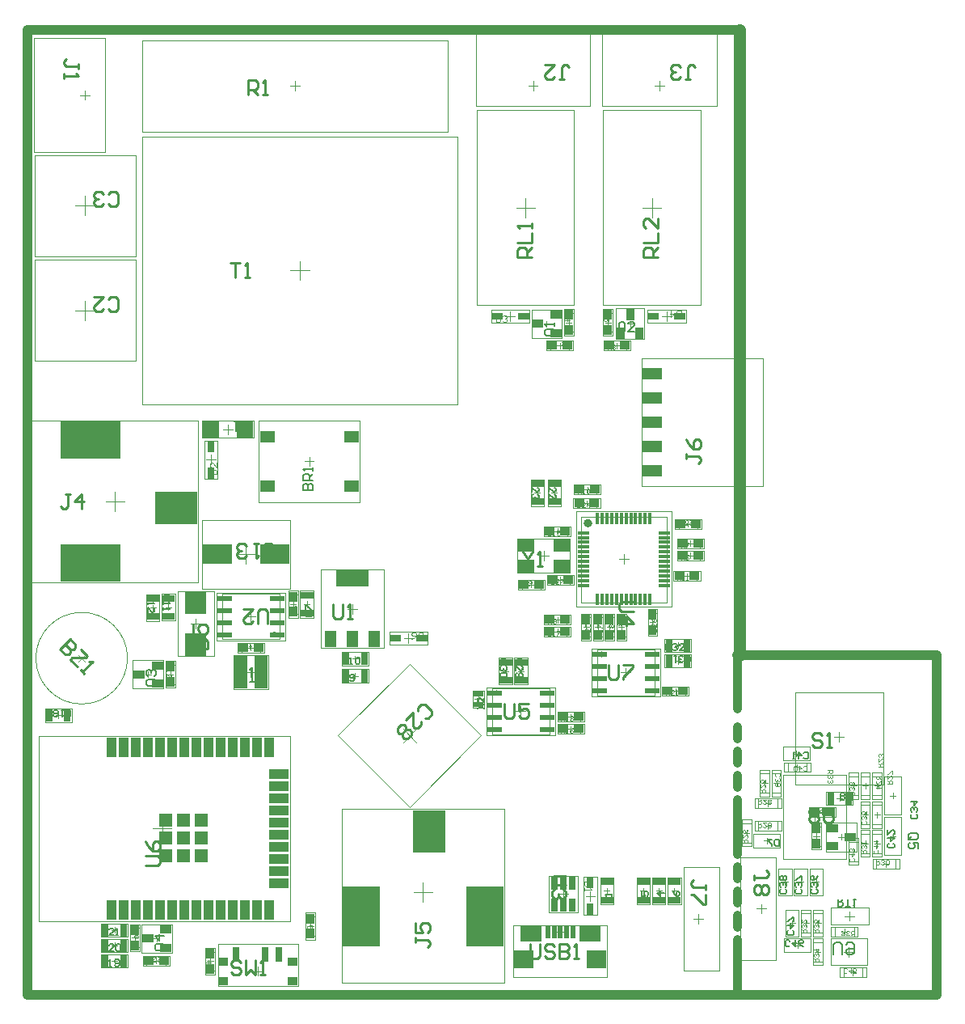
<source format=gtp>
G04*
G04 #@! TF.GenerationSoftware,Altium Limited,Altium Designer,22.7.1 (60)*
G04*
G04 Layer_Color=8421504*
%FSLAX25Y25*%
%MOIN*%
G70*
G04*
G04 #@! TF.SameCoordinates,8F3D338C-3F21-4459-BB37-C929D6ECBF1C*
G04*
G04*
G04 #@! TF.FilePolarity,Positive*
G04*
G01*
G75*
%ADD10C,0.00787*%
%ADD11C,0.01968*%
%ADD14C,0.00394*%
%ADD16C,0.01575*%
%ADD17C,0.00591*%
%ADD18C,0.01000*%
%ADD20C,0.00866*%
%ADD21C,0.04000*%
%ADD22C,0.03500*%
%ADD23C,0.05000*%
%ADD24R,0.03937X0.08268*%
%ADD25R,0.08268X0.03937*%
%ADD26R,0.05630X0.05630*%
%ADD27R,0.04194X0.03494*%
%ADD28R,0.03150X0.05512*%
%ADD29R,0.13386X0.17717*%
%ADD30R,0.15748X0.24803*%
%ADD31R,0.06693X0.05315*%
%ADD32R,0.08268X0.04724*%
%ADD33R,0.05512X0.03150*%
%ADD34R,0.05118X0.01575*%
%ADD35R,0.01575X0.05118*%
%ADD36R,0.03494X0.04194*%
%ADD37R,0.06299X0.02362*%
%ADD38R,0.02756X0.05748*%
%ADD39R,0.04528X0.02559*%
%ADD40R,0.05118X0.06693*%
%ADD41R,0.06496X0.05118*%
%ADD42R,0.06693X0.06693*%
%ADD43R,0.02559X0.04528*%
%ADD44R,0.08740X0.09252*%
%ADD45R,0.05512X0.13780*%
%ADD46R,0.12205X0.08268*%
%ADD47R,0.13386X0.06693*%
%ADD48R,0.04724X0.03543*%
%ADD49R,0.04331X0.02362*%
%ADD50R,0.03543X0.04724*%
%ADD51R,0.24803X0.15748*%
%ADD52R,0.17717X0.13386*%
%ADD53R,0.03150X0.06299*%
%ADD54R,0.04331X0.03543*%
%ADD55R,0.07874X0.07480*%
%ADD56R,0.08661X0.06693*%
%ADD57R,0.01968X0.05709*%
D10*
X113682Y205494D02*
X117618D01*
Y207462D01*
X116962Y208118D01*
X116306D01*
X115650Y207462D01*
Y205494D01*
Y207462D01*
X114994Y208118D01*
X114338D01*
X113682Y207462D01*
Y205494D01*
X117618Y209430D02*
X113682D01*
Y211398D01*
X114338Y212054D01*
X115650D01*
X116306Y211398D01*
Y209430D01*
Y210742D02*
X117618Y212054D01*
Y213366D02*
Y214677D01*
Y214021D01*
X113682D01*
X114338Y213366D01*
X87829Y229708D02*
X90453D01*
Y231676D01*
X89141D01*
X90453D01*
Y233644D01*
X86517D02*
X85205D01*
X85861D01*
Y229708D01*
X86517Y230364D01*
X85720Y132485D02*
Y126582D01*
X89655D01*
X91623D02*
X93591D01*
X92607D01*
Y132485D01*
X91623Y131501D01*
X52134Y127434D02*
X49510D01*
X48855Y126778D01*
Y125466D01*
X49510Y124810D01*
X52134D01*
X52790Y125466D01*
Y126778D01*
X51478Y126122D02*
X52790Y127434D01*
Y126778D02*
X52134Y127434D01*
X49510Y128746D02*
X48855Y129402D01*
Y130714D01*
X49510Y131370D01*
X50166D01*
X50822Y130714D01*
Y130058D01*
Y130714D01*
X51478Y131370D01*
X52134D01*
X52790Y130714D01*
Y129402D01*
X52134Y128746D01*
X246325Y271504D02*
Y274128D01*
X245669Y274784D01*
X244357D01*
X243701Y274128D01*
Y271504D01*
X244357Y270848D01*
X245669D01*
X245013Y272160D02*
X246325Y270848D01*
X245669D02*
X246325Y271504D01*
X250260Y270848D02*
X247637D01*
X250260Y273472D01*
Y274128D01*
X249605Y274784D01*
X248293D01*
X247637Y274128D01*
X216490Y271897D02*
X213866D01*
X213210Y271241D01*
Y269930D01*
X213866Y269274D01*
X216490D01*
X217146Y269930D01*
Y271241D01*
X215834Y270585D02*
X217146Y271897D01*
Y271241D02*
X216490Y271897D01*
X217146Y273209D02*
Y274521D01*
Y273865D01*
X213210D01*
X213866Y273209D01*
X55643Y18542D02*
X53019D01*
X52364Y17886D01*
Y16574D01*
X53019Y15918D01*
X55643D01*
X56299Y16574D01*
Y17886D01*
X54987Y17230D02*
X56299Y18542D01*
Y17886D02*
X55643Y18542D01*
X56299Y21822D02*
X52364D01*
X54331Y19854D01*
Y22478D01*
X363943Y61589D02*
X366567D01*
X367223Y62245D01*
Y63557D01*
X366567Y64213D01*
X363943D01*
X363287Y63557D01*
Y62245D01*
X364599Y62901D02*
X363287Y61589D01*
Y62245D02*
X363943Y61589D01*
X367223Y57653D02*
Y60277D01*
X365255D01*
X365911Y58965D01*
Y58309D01*
X365255Y57653D01*
X363943D01*
X363287Y58309D01*
Y59621D01*
X363943Y60277D01*
X332283Y13969D02*
Y18233D01*
X333136Y19085D01*
X334842D01*
X335694Y18233D01*
Y13969D01*
X337400Y18233D02*
X338253Y19085D01*
X339958D01*
X340811Y18233D01*
Y14821D01*
X339958Y13969D01*
X338253D01*
X337400Y14821D01*
Y15674D01*
X338253Y16527D01*
X340811D01*
D11*
X231791Y191831D02*
G03*
X231791Y191831I-787J0D01*
G01*
D14*
X263198Y124606D02*
X271072D01*
X263198Y120669D02*
X271072D01*
Y124606D01*
X263198Y120669D02*
Y124606D01*
X219963Y113969D02*
X227837D01*
X219963Y110032D02*
X227837D01*
Y113969D01*
X219963Y110032D02*
Y113969D01*
Y108968D02*
X227837D01*
X219963Y105031D02*
X227837D01*
Y108968D01*
X219963Y105031D02*
Y108968D01*
X215739Y170468D02*
X223613D01*
X215739Y166531D02*
X223613D01*
Y170468D01*
X215739Y166531D02*
Y170468D01*
X269390Y181535D02*
Y185473D01*
X277264Y181535D02*
Y185473D01*
X269390Y181535D02*
X277264D01*
X269390Y185473D02*
X277264D01*
X269390Y176535D02*
Y180472D01*
X277264Y176535D02*
Y180472D01*
X269390Y176535D02*
X277264D01*
X269390Y180472D02*
X277264D01*
X80208Y143978D02*
Y162876D01*
X103830Y143978D02*
Y162876D01*
X80208D02*
X103830D01*
X80208Y143978D02*
X103830D01*
X107457Y154501D02*
X111394D01*
X107457Y162375D02*
X111394D01*
Y154501D02*
Y162375D01*
X107457Y154501D02*
Y162375D01*
X95956Y138500D02*
Y142437D01*
X88082Y138500D02*
Y142437D01*
X95956D01*
X88082Y138500D02*
X95956D01*
X56845Y133472D02*
X60782D01*
X56845Y125598D02*
X60782D01*
X56845D02*
Y133472D01*
X60782Y125598D02*
Y133472D01*
X215131Y104921D02*
Y123819D01*
X191509Y104921D02*
Y123819D01*
Y104921D02*
X215131D01*
X191509Y123819D02*
X215131D01*
X226763Y207668D02*
X234637D01*
X226763Y203731D02*
X234637D01*
Y207668D01*
X226763Y203731D02*
Y207668D01*
X226574Y198031D02*
Y201969D01*
X234448Y198031D02*
Y201969D01*
X226574Y198031D02*
X234448D01*
X226574Y201969D02*
X234448D01*
X263686Y159162D02*
Y194604D01*
X228241Y159162D02*
Y194604D01*
Y159162D02*
X263686D01*
X228241Y194604D02*
X263686D01*
X214563Y186538D02*
Y190474D01*
X222437Y186538D02*
Y190474D01*
X214563Y186538D02*
X222437D01*
X214563Y190474D02*
X222437D01*
X203713Y164526D02*
X211587D01*
X203713Y168463D02*
X211587D01*
X203713Y164526D02*
Y168463D01*
X211587Y164526D02*
Y168463D01*
X214476Y153987D02*
X222350D01*
X214476Y150050D02*
X222350D01*
Y153987D01*
X214476Y150050D02*
Y153987D01*
Y145219D02*
Y149155D01*
X222350Y145219D02*
Y149155D01*
X214476Y145219D02*
X222350D01*
X214476Y149155D02*
X222350D01*
X237983Y145079D02*
Y152953D01*
X241920Y145079D02*
Y152953D01*
X237983D02*
X241920D01*
X237983Y145079D02*
X241920D01*
X233152D02*
Y152953D01*
X237089Y145079D02*
Y152953D01*
X233152D02*
X237089D01*
X233152Y145079D02*
X237089D01*
X228320D02*
Y152953D01*
X232257Y145079D02*
Y152953D01*
X228320D02*
X232257D01*
X228320Y145079D02*
X232257D01*
X246752Y145063D02*
Y152937D01*
X242815Y145063D02*
Y152937D01*
Y145063D02*
X246752D01*
X242815Y152937D02*
X246752D01*
X258366Y120857D02*
Y139755D01*
X234744Y120857D02*
Y139755D01*
Y120857D02*
X258366D01*
X234744Y139755D02*
X258366D01*
X255709Y147038D02*
X259646D01*
X255709Y154912D02*
X259646D01*
Y147038D02*
Y154912D01*
X255709Y147038D02*
Y154912D01*
X267922Y172047D02*
X275796D01*
X267922Y168110D02*
X275796D01*
Y172047D01*
X267922Y168110D02*
Y172047D01*
X276287Y189532D02*
Y193469D01*
X268413Y189532D02*
Y193469D01*
X276287D01*
X268413Y189532D02*
X276287D01*
X239063Y263064D02*
Y267001D01*
X246937Y263064D02*
Y267001D01*
X239063Y263064D02*
X246937D01*
X239063Y267001D02*
X246937D01*
X237294Y278526D02*
X241231D01*
X237294Y270652D02*
X241231D01*
X237294D02*
Y278526D01*
X241231Y270652D02*
Y278526D01*
X221190D02*
X225127D01*
X221190Y270652D02*
X225127D01*
X221190D02*
Y278526D01*
X225127Y270652D02*
Y278526D01*
X223326Y263064D02*
Y267001D01*
X215452Y263064D02*
Y267001D01*
X223326D01*
X215452Y263064D02*
X223326D01*
X42135Y17126D02*
Y25000D01*
X46072Y17126D02*
Y25000D01*
X42135D02*
X46072D01*
X42135Y17126D02*
X46072D01*
X49016Y9512D02*
X56890D01*
X49016Y13449D02*
X56890D01*
X49016Y9512D02*
Y13449D01*
X56890Y9512D02*
Y13449D01*
X77165Y7382D02*
Y15256D01*
X73228Y7382D02*
Y15256D01*
Y7382D02*
X77165D01*
X73228Y15256D02*
X77165D01*
X118602Y21850D02*
Y29724D01*
X114665Y21850D02*
Y29724D01*
Y21850D02*
X118602D01*
X114665Y29724D02*
X118602D01*
X323232Y66737D02*
X327168D01*
X323232Y58863D02*
X327168D01*
X323232D02*
Y66737D01*
X327168Y58863D02*
Y66737D01*
X323713Y70912D02*
X331587D01*
X323713Y74849D02*
X331587D01*
X323713Y70912D02*
Y74849D01*
X331587Y70912D02*
Y74849D01*
X298416Y60263D02*
Y68137D01*
X294479Y60263D02*
Y68137D01*
X298416D01*
X294479Y60263D02*
X298416D01*
X301271Y65032D02*
Y68969D01*
X309145Y65032D02*
Y68969D01*
X301271D02*
X309145D01*
X301271Y65032D02*
X309145D01*
X301271Y74401D02*
Y78338D01*
X309145Y74401D02*
Y78338D01*
X301271D02*
X309145D01*
X301271Y74401D02*
X309145D01*
X301894Y80808D02*
X305831D01*
X301894Y88682D02*
X305831D01*
X301894Y80808D02*
Y88682D01*
X305831Y80808D02*
Y88682D01*
X306726Y80808D02*
Y88682D01*
X310663Y80808D02*
Y88682D01*
X306726Y80808D02*
X310663D01*
X306726Y88682D02*
X310663D01*
X313386Y93274D02*
X321260D01*
X313386Y89337D02*
X321260D01*
X313386D02*
Y93274D01*
X321260Y89337D02*
Y93274D01*
X352264Y55879D02*
Y63753D01*
X348327Y55879D02*
Y63753D01*
X352264D01*
X348327Y55879D02*
X352264D01*
X347343Y67797D02*
Y75671D01*
X343406Y67797D02*
Y75671D01*
X347343D01*
X343406Y67797D02*
X347343D01*
X348237D02*
X352174D01*
X348237Y75671D02*
X352174D01*
X348237Y67797D02*
Y75671D01*
X352174Y67797D02*
Y75671D01*
X342487Y79716D02*
Y87590D01*
X338550Y79716D02*
Y87590D01*
X342487D01*
X338550Y79716D02*
X342487D01*
X343406D02*
X347343D01*
X343406Y87590D02*
X347343D01*
X343406Y79716D02*
Y87590D01*
X347343Y79716D02*
Y87590D01*
X348237Y87598D02*
X352174D01*
X348237Y79724D02*
X352174D01*
Y87598D01*
X348237Y79724D02*
Y87598D01*
X342511Y52560D02*
Y60434D01*
X338574Y52560D02*
Y60434D01*
X342511D01*
X338574Y52560D02*
X342511D01*
X343406Y55879D02*
X347343D01*
X343406Y63753D02*
X347343D01*
X343406Y55879D02*
Y63753D01*
X347343Y55879D02*
Y63753D01*
X350000Y49472D02*
Y53409D01*
X357874Y49472D02*
Y53409D01*
X350000D02*
X357874D01*
X350000Y49472D02*
X357874D01*
X318907Y23130D02*
X322844D01*
X318907Y31004D02*
X322844D01*
X318907Y23130D02*
Y31004D01*
X322844Y23130D02*
Y31004D01*
X323926Y23130D02*
X327863D01*
X323926Y31004D02*
X327863D01*
X323926Y23130D02*
Y31004D01*
X327863Y23130D02*
Y31004D01*
X323828Y11211D02*
X327765D01*
X323828Y19085D02*
X327765D01*
X323828Y11211D02*
Y19085D01*
X327765Y11211D02*
Y19085D01*
X340748Y21555D02*
Y25492D01*
X332874Y21555D02*
Y25492D01*
Y21555D02*
X340748D01*
X332874Y25492D02*
X340748D01*
X336417Y4748D02*
X344291D01*
X336417Y8685D02*
X344291D01*
Y4748D02*
Y8685D01*
X336417Y4748D02*
Y8685D01*
X41106Y136203D02*
G03*
X41106Y136203I-18898J0D01*
G01*
X316535Y84153D02*
Y121949D01*
Y84153D02*
X352756D01*
Y121949D01*
X316535D02*
X352756D01*
X332677Y103839D02*
X336614D01*
X334646Y101870D02*
Y105807D01*
X108150Y27836D02*
Y104215D01*
X4606D02*
X108150D01*
X4606Y27836D02*
X108150D01*
X4606D02*
Y104215D01*
X51457Y66026D02*
X59331D01*
X55394Y62089D02*
Y69963D01*
X236811Y363780D02*
X284055D01*
X236811D02*
Y393307D01*
X284055D01*
Y363780D02*
Y393307D01*
X258465Y372047D02*
X262402D01*
X260433Y370079D02*
Y374016D01*
X184744Y363780D02*
X231988D01*
X184744D02*
Y393307D01*
X231988D01*
Y363780D02*
Y393307D01*
X206398Y372047D02*
X210335D01*
X208366Y370079D02*
Y374016D01*
X261623Y124606D02*
X272647D01*
Y120669D02*
Y124606D01*
X261623Y120669D02*
X272647D01*
X261623D02*
Y124606D01*
X267135Y121457D02*
Y123819D01*
X265954Y122638D02*
X268316D01*
X268135Y140319D02*
Y142681D01*
X266954Y141500D02*
X269316D01*
X262623Y144256D02*
X273647D01*
Y138744D02*
Y144256D01*
X262623Y138744D02*
X273647D01*
X262623D02*
Y144256D01*
X268135Y133912D02*
Y136275D01*
X266954Y135093D02*
X269316D01*
X262623Y132338D02*
X273647D01*
X262623D02*
Y137849D01*
X273647D01*
Y132338D02*
Y137849D01*
X218388Y113969D02*
X229412D01*
Y110032D02*
Y113969D01*
X218388Y110032D02*
X229412D01*
X218388D02*
Y113969D01*
X223900Y110819D02*
Y113181D01*
X222719Y112000D02*
X225081D01*
X218388Y108968D02*
X229412D01*
Y105031D02*
Y108968D01*
X218388Y105031D02*
X229412D01*
X218388D02*
Y108968D01*
X223900Y105819D02*
Y108181D01*
X222719Y107000D02*
X225081D01*
X270571Y50000D02*
X285138D01*
X270571Y7480D02*
Y50000D01*
Y7480D02*
X285138D01*
Y50000D01*
X276476Y26772D02*
Y30709D01*
X274508Y28740D02*
X278445D01*
X159055Y39764D02*
X166929D01*
X162992Y35827D02*
Y43701D01*
X129528Y2362D02*
Y16142D01*
Y2362D02*
X196457D01*
Y74016D01*
X129528D02*
X196457D01*
X129528Y16142D02*
Y74016D01*
X212900Y176532D02*
X212900Y180468D01*
X210931Y178500D02*
X214868Y178500D01*
X201876Y171414D02*
Y185587D01*
Y171414D02*
X223530D01*
Y185587D01*
X201876D02*
X223530D01*
X218495Y168500D02*
X220857D01*
X219676Y167319D02*
Y169681D01*
X214164Y166531D02*
Y170468D01*
Y166531D02*
X225188D01*
Y170468D01*
X214164D02*
X225188D01*
X129488Y133244D02*
Y138756D01*
Y133244D02*
X140512D01*
Y138756D01*
X129488D02*
X140512D01*
X133819Y136000D02*
X136181D01*
X135000Y134819D02*
Y137181D01*
X129488Y126157D02*
Y131669D01*
Y126157D02*
X140512D01*
Y131669D01*
X129488D02*
X140512D01*
X133819Y128913D02*
X136181D01*
X135000Y127732D02*
Y130095D01*
X20817Y134811D02*
X23600Y137595D01*
X20817Y137595D02*
X23600Y134811D01*
X272146Y183504D02*
X274508D01*
X273327Y182323D02*
Y184685D01*
X267815Y181535D02*
Y185473D01*
Y181535D02*
X278839D01*
Y185473D01*
X267815D02*
X278839D01*
X272146Y178504D02*
X274508D01*
X273327Y177323D02*
Y179685D01*
X267815Y176535D02*
Y180472D01*
Y176535D02*
X278839D01*
Y180472D01*
X267815D02*
X278839D01*
X95177Y200376D02*
Y234234D01*
X136909D01*
Y200376D02*
Y234234D01*
X95177Y200376D02*
X136909D01*
X116043Y215336D02*
Y219273D01*
X114075Y217305D02*
X118012D01*
X82579Y228526D02*
Y232463D01*
X80610Y230494D02*
X84547D01*
X87697Y226951D02*
X93209D01*
Y234037D01*
X71949D02*
X93209D01*
X71949Y226951D02*
Y234037D01*
Y226951D02*
X87697D01*
X72835Y216437D02*
Y225886D01*
X78346D01*
Y210138D02*
Y225886D01*
X72835Y210138D02*
X78346D01*
X72835D02*
Y216437D01*
X75591Y216043D02*
Y219980D01*
X73622Y218012D02*
X77559D01*
X61793Y137106D02*
Y163878D01*
Y137106D02*
X76754D01*
Y163878D01*
X61793D02*
X76754D01*
X69274Y148524D02*
Y152461D01*
X67305Y150492D02*
X71242D01*
X56765Y157194D02*
X59127D01*
X57946Y156013D02*
Y158375D01*
X60702Y151682D02*
Y162706D01*
X55190Y151682D02*
X60702D01*
X55190D02*
Y162706D01*
X60702D01*
X50358Y157087D02*
X52720D01*
X51539Y155905D02*
Y158268D01*
X54295Y151575D02*
Y162598D01*
X48783Y151575D02*
X54295D01*
X48783D02*
Y162598D01*
X54295D01*
X84932Y137605D02*
X99105D01*
Y123432D02*
Y137605D01*
X84932Y123432D02*
X99105D01*
X84932D02*
Y137605D01*
X92019Y128550D02*
Y132487D01*
X90050Y130519D02*
X93987D01*
X86015Y179018D02*
X93889D01*
X89952Y175081D02*
Y182955D01*
X108062Y164845D02*
Y193191D01*
X71842D02*
X108062D01*
X71842Y164845D02*
Y193191D01*
Y164845D02*
X108062D01*
X90050Y153427D02*
X93987D01*
X92019Y151459D02*
Y155396D01*
X77845Y143585D02*
X106192D01*
Y152640D01*
Y163270D01*
X77845D02*
X106192D01*
X77845Y143585D02*
Y163270D01*
X149126Y141744D02*
X158575D01*
X149126D02*
Y147256D01*
X164874D01*
Y141744D02*
Y147256D01*
X158575Y141744D02*
X164874D01*
X155031Y144500D02*
X158968D01*
X157000Y142532D02*
Y146468D01*
X120973Y140426D02*
Y172710D01*
Y140426D02*
X146958D01*
Y172710D01*
X120973D02*
X146958D01*
X131997Y156568D02*
X135934D01*
X133966Y154599D02*
Y158536D01*
X113919Y158438D02*
X116281D01*
X115100Y157257D02*
Y159619D01*
X112345Y152926D02*
Y163950D01*
X117856D01*
Y152926D02*
Y163950D01*
X112345Y152926D02*
X117856D01*
X107457D02*
Y163950D01*
X111394D01*
Y152926D02*
Y163950D01*
X107457Y152926D02*
X111394D01*
X108244Y158438D02*
X110606D01*
X109425Y157257D02*
Y159619D01*
X86507Y138500D02*
X97531D01*
X86507D02*
Y142437D01*
X97531D01*
Y138500D02*
Y142437D01*
X92019Y139287D02*
Y141649D01*
X90838Y140469D02*
X93200D01*
X58814Y128354D02*
Y130716D01*
X57633Y129535D02*
X59995D01*
X56845Y135046D02*
X60782D01*
X56845Y124023D02*
Y135046D01*
Y124023D02*
X60782D01*
Y135046D01*
X43341Y123629D02*
Y135440D01*
X55940D01*
Y123629D02*
Y135440D01*
X43341Y123629D02*
X55940D01*
X49641Y128354D02*
Y130716D01*
X48460Y129535D02*
X50822D01*
X18110Y109914D02*
Y115426D01*
X7087D02*
X18110D01*
X7087Y109914D02*
Y115426D01*
Y109914D02*
X18110D01*
X11417Y112670D02*
X13780D01*
X12598Y111489D02*
Y113851D01*
X154696Y107115D02*
X160264Y101547D01*
X154696D02*
X160264Y107115D01*
X157480Y74822D02*
X186989Y104331D01*
X127971D02*
X157480Y74822D01*
X127971Y104331D02*
X157480Y133840D01*
X186989Y104331D01*
X183537Y115748D02*
X188261D01*
Y122835D01*
X183537D02*
X188261D01*
X183537Y115748D02*
Y122835D01*
X185899Y117717D02*
Y120866D01*
X184324Y119291D02*
X187474D01*
X201352Y114370D02*
X205289D01*
X203320Y112401D02*
Y116339D01*
X189147Y124213D02*
X217493D01*
X189147Y115157D02*
Y124213D01*
Y104527D02*
Y115157D01*
Y104527D02*
X217493D01*
Y124213D01*
X202264Y130816D02*
X204626D01*
X203445Y129635D02*
Y131997D01*
X206201Y125304D02*
Y136328D01*
X200689Y125304D02*
X206201D01*
X200689D02*
Y136328D01*
X206201D01*
X195857Y130816D02*
X198219D01*
X197038Y129635D02*
Y131997D01*
X199794Y125304D02*
Y136328D01*
X194282Y125304D02*
X199794D01*
X194282D02*
Y136328D01*
X199794D01*
X225188Y207668D02*
X236212D01*
Y203731D02*
Y207668D01*
X225188Y203731D02*
X236212D01*
X225188D02*
Y207668D01*
X230700Y204519D02*
Y206881D01*
X229519Y205700D02*
X231881D01*
X225000Y201969D02*
X236023D01*
Y198031D02*
Y201969D01*
X225000Y198031D02*
X236023D01*
X225000D02*
Y201969D01*
X230511Y198819D02*
Y201181D01*
X229330Y200000D02*
X231693D01*
X226083Y196752D02*
X265453D01*
X226083Y157382D02*
Y196752D01*
Y157382D02*
X265453D01*
Y196752D01*
X243799Y177067D02*
X247736D01*
X245768Y175098D02*
Y179035D01*
X215944Y204429D02*
X218306D01*
X217125Y203248D02*
Y205610D01*
X219881Y198917D02*
Y209941D01*
X214369Y198917D02*
X219881D01*
X214369D02*
Y209941D01*
X219881D01*
X208957Y204429D02*
X211319D01*
X210138Y203248D02*
Y205610D01*
X212894Y198917D02*
Y209941D01*
X207382Y198917D02*
X212894D01*
X207382D02*
Y209941D01*
X212894D01*
X212988Y190474D02*
X224012D01*
Y186538D02*
Y190474D01*
X212988Y186538D02*
X224012D01*
X212988D02*
Y190474D01*
X218500Y187325D02*
Y189687D01*
X217319Y188506D02*
X219681D01*
X206469Y166494D02*
X208831D01*
X207650Y165313D02*
Y167675D01*
X213162Y164526D02*
Y168463D01*
X202138D02*
X213162D01*
X202138Y164526D02*
Y168463D01*
Y164526D02*
X213162D01*
X212901Y153987D02*
X223925D01*
Y150050D02*
Y153987D01*
X212901Y150050D02*
X223925D01*
X212901D02*
Y153987D01*
X218413Y150838D02*
Y153200D01*
X217232Y152019D02*
X219595D01*
X212901Y149155D02*
X223925D01*
Y145219D02*
Y149155D01*
X212901Y145219D02*
X223925D01*
X212901D02*
Y149155D01*
X218413Y146006D02*
Y148368D01*
X217232Y147187D02*
X219595D01*
X237983Y143504D02*
Y154528D01*
X241920D01*
Y143504D02*
Y154528D01*
X237983Y143504D02*
X241920D01*
X238771Y149016D02*
X241133D01*
X239952Y147835D02*
Y150197D01*
X233152Y143504D02*
Y154528D01*
X237089D01*
Y143504D02*
Y154528D01*
X233152Y143504D02*
X237089D01*
X233939Y149016D02*
X236301D01*
X235120Y147835D02*
Y150197D01*
X228320Y143504D02*
Y154528D01*
X232257D01*
Y143504D02*
Y154528D01*
X228320Y143504D02*
X232257D01*
X229107Y149016D02*
X231469D01*
X230288Y147835D02*
Y150197D01*
X246752Y143488D02*
Y154512D01*
X242815Y143488D02*
X246752D01*
X242815D02*
Y154512D01*
X246752D01*
X243602Y149000D02*
X245965D01*
X244783Y147819D02*
Y150181D01*
X244587Y130306D02*
X248524D01*
X246555Y128338D02*
Y132275D01*
X232382Y140149D02*
X260728D01*
X232382Y131094D02*
Y140149D01*
Y120464D02*
Y131094D01*
Y120464D02*
X260728D01*
Y140149D01*
X255709Y145464D02*
Y156487D01*
X259646D01*
Y145464D02*
Y156487D01*
X255709Y145464D02*
X259646D01*
X256496Y150975D02*
X258858D01*
X257677Y149794D02*
Y152156D01*
X266347Y172047D02*
X277371D01*
Y168110D02*
Y172047D01*
X266347Y168110D02*
X277371D01*
X266347D02*
Y172047D01*
X271859Y168898D02*
Y171260D01*
X270678Y170079D02*
X273040D01*
X266838Y189532D02*
X277862D01*
X266838D02*
Y193469D01*
X277862D01*
Y189532D02*
Y193469D01*
X272350Y190319D02*
Y192681D01*
X271169Y191500D02*
X273531D01*
X242520Y280297D02*
X254331D01*
Y267699D02*
Y280297D01*
X242520Y267699D02*
X254331D01*
X242520D02*
Y280297D01*
X247244Y273998D02*
X249606D01*
X248425Y272817D02*
Y275179D01*
X253346Y211023D02*
Y259842D01*
X303346D01*
Y207086D02*
Y259842D01*
X253346Y207086D02*
X303346D01*
X253346D02*
Y211023D01*
X257677Y231496D02*
Y235433D01*
X255709Y233465D02*
X259646D01*
X241819Y265033D02*
X244181D01*
X243000Y263851D02*
Y266213D01*
X237488Y263064D02*
Y267001D01*
Y263064D02*
X248512D01*
Y267001D01*
X237488D02*
X248512D01*
X239263Y273407D02*
Y275769D01*
X238082Y274588D02*
X240444D01*
X237294Y280100D02*
X241231D01*
X237294Y269077D02*
Y280100D01*
Y269077D02*
X241231D01*
Y280100D01*
X263493Y275179D02*
Y279116D01*
X261525Y277148D02*
X265462D01*
X265068Y274392D02*
X271367D01*
Y279904D01*
X255619D02*
X271367D01*
X255619Y274392D02*
Y279904D01*
Y274392D02*
X265068D01*
X237264Y281723D02*
Y362038D01*
X277421D01*
Y281723D02*
Y362038D01*
X237264Y281723D02*
X277421D01*
X257382Y317905D02*
Y325779D01*
X253445Y321842D02*
X261319D01*
X185197Y281723D02*
Y362038D01*
X225354D01*
Y281723D02*
Y362038D01*
X185197Y281723D02*
X225354D01*
X205315Y317905D02*
Y325779D01*
X201378Y321842D02*
X209252D01*
X223158Y273408D02*
Y275770D01*
X221977Y274588D02*
X224340D01*
X221190Y280100D02*
X225127D01*
X221190Y269077D02*
Y280100D01*
Y269077D02*
X225127D01*
Y280100D01*
X218208Y265032D02*
X220570D01*
X219389Y263851D02*
Y266213D01*
X224901Y263064D02*
Y267001D01*
X213878D02*
X224901D01*
X213878Y263064D02*
Y267001D01*
Y263064D02*
X224901D01*
X207697Y268092D02*
Y279904D01*
X220295D01*
Y268092D02*
Y279904D01*
X207697Y268092D02*
X220295D01*
X213996Y272817D02*
Y275179D01*
X212815Y273998D02*
X215177D01*
X198928Y275179D02*
Y279116D01*
X196960Y277148D02*
X200897D01*
X191054Y279904D02*
X197353D01*
X191054Y274392D02*
Y279904D01*
Y274392D02*
X206802D01*
Y279904D01*
X197353D02*
X206802D01*
X112205Y292019D02*
Y299893D01*
X108268Y295956D02*
X116142D01*
X47244Y351074D02*
X177165D01*
Y240838D02*
Y351074D01*
X47244Y240838D02*
X177165D01*
X47244D02*
Y351074D01*
X110236Y370079D02*
Y374016D01*
X108268Y372047D02*
X112205D01*
X47244Y390945D02*
X67717D01*
X47244Y353150D02*
Y390945D01*
Y353150D02*
X173228D01*
Y390945D01*
X67717D02*
X173228D01*
X31890Y344646D02*
Y391890D01*
X2362Y344646D02*
X31890D01*
X2362D02*
Y391890D01*
X31890D01*
X23622Y366299D02*
Y370236D01*
X21654Y368268D02*
X25591D01*
X23622Y318751D02*
Y326625D01*
X19685Y322688D02*
X27559D01*
X2756Y301822D02*
X44488D01*
X2756D02*
Y343554D01*
X44488D01*
Y301822D02*
Y343554D01*
X23622Y275590D02*
Y283465D01*
X19685Y279528D02*
X27559D01*
X2756Y258661D02*
X44488D01*
X2756D02*
Y300394D01*
X44488D01*
Y258661D02*
Y300394D01*
X12357Y234234D02*
X70231D01*
Y167305D02*
Y234234D01*
X-1422Y167305D02*
X70231D01*
X-1422D02*
Y234234D01*
X12357D01*
X32042Y200770D02*
X39916D01*
X35979Y196833D02*
Y204707D01*
X35728Y23005D02*
Y25367D01*
X34547Y24186D02*
X36909D01*
X30217Y26942D02*
X41240D01*
Y21430D02*
Y26942D01*
X30217Y21430D02*
X41240D01*
X30217D02*
Y26942D01*
X35728Y16598D02*
Y18961D01*
X34547Y17779D02*
X36909D01*
X30217Y20535D02*
X41240D01*
Y15024D02*
Y20535D01*
X30217Y15024D02*
X41240D01*
X30217D02*
Y20535D01*
Y8617D02*
Y14129D01*
Y8617D02*
X41240D01*
Y14129D01*
X30217D02*
X41240D01*
X34547Y11373D02*
X36909D01*
X35728Y10192D02*
Y12554D01*
X42135Y15551D02*
Y26575D01*
X46072D01*
Y15551D02*
Y26575D01*
X42135Y15551D02*
X46072D01*
X42922Y21063D02*
X45284D01*
X44103Y19882D02*
Y22244D01*
X51969Y20643D02*
X54331D01*
X53150Y19462D02*
Y21824D01*
X46850Y14737D02*
X59449D01*
Y26548D01*
X46850D02*
X59449D01*
X46850Y14737D02*
Y26548D01*
X47441Y9512D02*
X58465D01*
X47441D02*
Y13449D01*
X58465D01*
Y9512D02*
Y13449D01*
X52953Y10299D02*
Y12661D01*
X51772Y11480D02*
X54134D01*
X77165Y5807D02*
Y16831D01*
X73228Y5807D02*
X77165D01*
X73228D02*
Y16831D01*
X77165D01*
X74016Y11319D02*
X76378D01*
X75197Y10138D02*
Y12500D01*
X94775Y5413D02*
Y8957D01*
X93003Y7185D02*
X96546D01*
X78436Y1280D02*
Y18406D01*
Y1280D02*
X111507D01*
Y18406D01*
X78436D02*
X111507D01*
X118602Y20275D02*
Y31299D01*
X114665Y20275D02*
X118602D01*
X114665D02*
Y31299D01*
X118602D01*
X115453Y25787D02*
X117815D01*
X116634Y24606D02*
Y26968D01*
X218799Y26083D02*
X238878D01*
Y4823D02*
Y26083D01*
X200295Y4823D02*
X238878D01*
X200295D02*
Y26083D01*
X218799D01*
X217618Y23327D02*
X221555D01*
X219587Y21358D02*
Y25295D01*
X218898Y38976D02*
X222835D01*
X220866Y37008D02*
Y40945D01*
X214961Y46457D02*
X226772D01*
X214961Y31496D02*
Y46457D01*
Y31496D02*
X226772D01*
Y46457D01*
X234753Y30315D02*
Y39764D01*
X229241Y30315D02*
X234753D01*
X229241D02*
Y46063D01*
X234753D01*
Y39764D02*
Y46063D01*
X231997Y36220D02*
Y40157D01*
X230029Y38189D02*
X233966D01*
X237598Y40354D02*
X239961D01*
X238780Y39173D02*
Y41535D01*
X236024Y34843D02*
Y45866D01*
X241535D01*
Y34843D02*
Y45866D01*
X236024Y34843D02*
X241535D01*
X252631Y40354D02*
X254993D01*
X253812Y39173D02*
Y41536D01*
X251056Y34843D02*
Y45866D01*
X256568D01*
Y34843D02*
Y45866D01*
X251056Y34843D02*
X256568D01*
X259037Y40354D02*
X261400D01*
X260218Y39173D02*
Y41536D01*
X257463Y34843D02*
Y45866D01*
X262974D01*
Y34843D02*
Y45866D01*
X257463Y34843D02*
X262974D01*
X265444Y40354D02*
X267806D01*
X266625Y39173D02*
Y41536D01*
X263869Y34843D02*
Y45866D01*
X269381D01*
Y34843D02*
Y45866D01*
X263869Y34843D02*
X269381D01*
X325200Y61619D02*
Y63981D01*
X324019Y62800D02*
X326381D01*
X323232Y68312D02*
X327168D01*
X323232Y57288D02*
Y68312D01*
Y57288D02*
X327168D01*
Y68312D01*
X341754Y56595D02*
Y68406D01*
X329155Y56595D02*
X341754D01*
X329155D02*
Y68406D01*
X341754D01*
X335454Y61319D02*
Y63681D01*
X334273Y62500D02*
X336635D01*
X322138Y70912D02*
X333162D01*
X322138D02*
Y74849D01*
X333162D01*
Y70912D02*
Y74849D01*
X327650Y71700D02*
Y74062D01*
X326469Y72881D02*
X328831D01*
X334800Y77319D02*
Y79681D01*
X333619Y78500D02*
X335981D01*
X329288Y75744D02*
X340312D01*
X329288D02*
Y81256D01*
X340312D01*
Y75744D02*
Y81256D01*
X293799Y54232D02*
X308366D01*
Y11713D02*
Y54232D01*
X293799Y11713D02*
X308366D01*
X293799D02*
Y54232D01*
X302461Y31004D02*
Y34941D01*
X300492Y32972D02*
X304429D01*
X298416Y58688D02*
Y69712D01*
X294479D02*
X298416D01*
X294479Y58688D02*
Y69712D01*
Y58688D02*
X298416D01*
X295267Y64200D02*
X297629D01*
X296448Y63019D02*
Y65381D01*
X310335Y58244D02*
Y63756D01*
X299311Y58244D02*
X310335D01*
X299311D02*
Y63756D01*
X310335D01*
X303642Y61000D02*
X306004D01*
X304823Y59819D02*
Y62181D01*
X304027Y67000D02*
X306389D01*
X305208Y65819D02*
Y68181D01*
X299696Y65032D02*
Y68969D01*
X310719D01*
Y65032D02*
Y68969D01*
X299696Y65032D02*
X310719D01*
X304027Y76370D02*
X306389D01*
X305208Y75188D02*
Y77551D01*
X299696Y74401D02*
Y78338D01*
X310719D01*
Y74401D02*
Y78338D01*
X299696Y74401D02*
X310719D01*
X303863Y83563D02*
Y85926D01*
X302682Y84745D02*
X305044D01*
X301894Y79233D02*
X305831D01*
X301894D02*
Y90256D01*
X305831D01*
Y79233D02*
Y90256D01*
X308695Y83563D02*
Y85926D01*
X307514Y84745D02*
X309876D01*
X306726Y90256D02*
X310663D01*
Y79233D02*
Y90256D01*
X306726Y79233D02*
X310663D01*
X306726D02*
Y90256D01*
X316142Y91305D02*
X318504D01*
X317323Y90124D02*
Y92487D01*
X322835Y89337D02*
Y93274D01*
X311811Y89337D02*
X322835D01*
X311811D02*
Y93274D01*
X322835D01*
X337598Y53543D02*
Y88189D01*
X311614Y53543D02*
X337598D01*
X311614D02*
Y88189D01*
X337598D01*
X322638Y70866D02*
X326575D01*
X324606Y68898D02*
Y72835D01*
X322441Y94169D02*
Y99680D01*
X311417Y94169D02*
X322441D01*
X311417D02*
Y99680D01*
X322441D01*
X315748Y96925D02*
X318110D01*
X316929Y95743D02*
Y98106D01*
X350295Y58635D02*
Y60997D01*
X349114Y59816D02*
X351476D01*
X348327Y54304D02*
X352264D01*
X348327D02*
Y65328D01*
X352264D01*
Y54304D02*
Y65328D01*
X345374Y70553D02*
Y72915D01*
X344193Y71734D02*
X346555D01*
X343406Y66222D02*
X347343D01*
X343406D02*
Y77246D01*
X347343D01*
Y66222D02*
Y77246D01*
X350206Y70553D02*
Y72915D01*
X349025Y71734D02*
X351387D01*
X348237Y66222D02*
X352174D01*
X348237D02*
Y77246D01*
X352174D01*
Y66222D02*
Y77246D01*
X340518Y82471D02*
Y84834D01*
X339337Y83653D02*
X341699D01*
X338550Y78141D02*
X342487D01*
X338550D02*
Y89164D01*
X342487D01*
Y78141D02*
Y89164D01*
X345374Y82471D02*
Y84834D01*
X344193Y83653D02*
X346555D01*
X343406Y78141D02*
X347343D01*
X343406D02*
Y89164D01*
X347343D01*
Y78141D02*
Y89164D01*
X350206Y82480D02*
Y84843D01*
X349025Y83661D02*
X351387D01*
X348237Y89173D02*
X352174D01*
Y78149D02*
Y89173D01*
X348237Y78149D02*
X352174D01*
X348237D02*
Y89173D01*
X340542Y55315D02*
Y57678D01*
X339361Y56497D02*
X341723D01*
X338574Y50985D02*
X342511D01*
X338574D02*
Y62008D01*
X342511D01*
Y50985D02*
Y62008D01*
X345374Y58635D02*
Y60997D01*
X344193Y59816D02*
X346555D01*
X343406Y54304D02*
X347343D01*
X343406D02*
Y65328D01*
X347343D01*
Y54304D02*
Y65328D01*
X353171Y71662D02*
X360258D01*
X353171D02*
Y87411D01*
X360258D01*
Y71662D02*
Y87411D01*
X356714Y78355D02*
Y80718D01*
X355533Y79536D02*
X357895D01*
X353261Y55020D02*
X360347D01*
X353261D02*
Y70768D01*
X360347D01*
Y55020D02*
Y70768D01*
X356804Y61712D02*
Y64075D01*
X355623Y62894D02*
X357985D01*
X352756Y51441D02*
X355118D01*
X353937Y50260D02*
Y52622D01*
X348425Y49472D02*
Y53409D01*
X359448D01*
Y49472D02*
Y53409D01*
X348425Y49472D02*
X359448D01*
X309556Y38583D02*
X315068D01*
X309556D02*
Y49606D01*
X315068D01*
Y38583D02*
Y49606D01*
X312312Y42913D02*
Y45276D01*
X311131Y44094D02*
X313493D01*
X315963Y38583D02*
X321474D01*
X315963D02*
Y49606D01*
X321474D01*
Y38583D02*
Y49606D01*
X318719Y42913D02*
Y45276D01*
X317537Y44094D02*
X319900D01*
X322369Y38583D02*
X327881D01*
X322369D02*
Y49606D01*
X327881D01*
Y38583D02*
Y49606D01*
X325125Y42913D02*
Y45276D01*
X323944Y44094D02*
X326306D01*
X312500Y21555D02*
X318012D01*
X312500D02*
Y32579D01*
X318012D01*
Y21555D02*
Y32579D01*
X315256Y25886D02*
Y28248D01*
X314075Y27067D02*
X316437D01*
X320875Y25885D02*
Y28248D01*
X319694Y27067D02*
X322056D01*
X318907Y21555D02*
X322844D01*
X318907D02*
Y32578D01*
X322844D01*
Y21555D02*
Y32578D01*
X325895Y25885D02*
Y28248D01*
X324714Y27067D02*
X327076D01*
X323926Y21555D02*
X327863D01*
X323926D02*
Y32578D01*
X327863D01*
Y21555D02*
Y32578D01*
X311909Y15148D02*
Y20660D01*
X322933D01*
Y15148D02*
Y20660D01*
X311909Y15148D02*
X322933D01*
X316240Y17904D02*
X318602D01*
X317421Y16723D02*
Y19085D01*
X325796Y13967D02*
Y16329D01*
X324615Y15148D02*
X326977D01*
X323828Y9636D02*
X327765D01*
X323828D02*
Y20660D01*
X327765D01*
Y9636D02*
Y20660D01*
X335630Y23523D02*
X337992D01*
X336811Y22342D02*
Y24704D01*
X342323Y21555D02*
Y25492D01*
X331299Y21555D02*
X342323D01*
X331299D02*
Y25492D01*
X342323D01*
X331041Y26386D02*
Y33473D01*
X346789D01*
Y26386D02*
Y33473D01*
X331041Y26386D02*
X346789D01*
X336947Y29930D02*
X340884D01*
X338915Y27961D02*
Y31898D01*
X331102Y9636D02*
Y20660D01*
X346063D01*
Y9636D02*
Y20660D01*
X331102Y9636D02*
X346063D01*
X336614Y15148D02*
X340551D01*
X338583Y13180D02*
Y17117D01*
X339173Y6716D02*
X341535D01*
X340354Y5535D02*
Y7897D01*
X334843Y4748D02*
Y8685D01*
X345866D01*
Y4748D02*
Y8685D01*
X334843Y4748D02*
X345866D01*
X41106Y136203D02*
G03*
X41106Y136203I-18898J0D01*
G01*
X316535Y84153D02*
Y121949D01*
X352756Y84153D02*
Y121949D01*
X316535D02*
X352756D01*
X316535Y84153D02*
X352756D01*
X4606Y27836D02*
Y104215D01*
X108150D01*
Y27836D02*
Y104215D01*
X4606Y27836D02*
X108150D01*
X236811Y363780D02*
X284055D01*
X236811Y393307D02*
X284055D01*
X236811Y363780D02*
Y393307D01*
X284055Y363780D02*
Y393307D01*
X184744Y363780D02*
X231988D01*
X184744Y393307D02*
X231988D01*
X184744Y363780D02*
Y393307D01*
X231988Y363780D02*
Y393307D01*
X261623Y124606D02*
X272647D01*
Y120669D02*
Y124606D01*
X261623Y120669D02*
X272647D01*
X261623D02*
Y124606D01*
X262623Y138744D02*
X273647D01*
Y144256D01*
X262623D02*
X273647D01*
X262623Y138744D02*
Y144256D01*
Y137849D02*
X273647D01*
X262623Y132338D02*
Y137849D01*
Y132338D02*
X273647D01*
Y137849D01*
X218388Y113969D02*
X229412D01*
Y110032D02*
Y113969D01*
X218388Y110032D02*
X229412D01*
X218388D02*
Y113969D01*
Y108968D02*
X229412D01*
Y105031D02*
Y108968D01*
X218388Y105031D02*
X229412D01*
X218388D02*
Y108968D01*
X270571Y7480D02*
Y50000D01*
X285138Y7480D02*
Y50000D01*
X270571Y7480D02*
X285138D01*
X270571Y50000D02*
X285138D01*
X129528Y16142D02*
Y74016D01*
Y2362D02*
X196457D01*
X129528Y74016D02*
X196457D01*
Y2362D02*
Y74016D01*
X129528Y2362D02*
Y16142D01*
X201876Y185587D02*
X223530D01*
Y171414D02*
Y185587D01*
X201876Y171414D02*
Y185587D01*
Y171414D02*
X223530D01*
X214164Y166531D02*
Y170468D01*
Y166531D02*
X225188D01*
Y170468D01*
X214164D02*
X225188D01*
X129488Y133244D02*
Y138756D01*
X140512D01*
Y133244D02*
Y138756D01*
X129488Y133244D02*
X140512D01*
X129488Y126157D02*
Y131669D01*
X140512D01*
Y126157D02*
Y131669D01*
X129488Y126157D02*
X140512D01*
X267815Y181535D02*
Y185473D01*
Y181535D02*
X278839D01*
Y185473D01*
X267815D02*
X278839D01*
X267815Y176535D02*
Y180472D01*
Y176535D02*
X278839D01*
Y180472D01*
X267815D02*
X278839D01*
X136909Y200376D02*
Y234234D01*
X95177D02*
X136909D01*
X95177Y200376D02*
X136909D01*
X95177D02*
Y234234D01*
X71949Y226951D02*
Y234037D01*
X87697Y226951D02*
X93209D01*
Y234037D01*
X71949Y226951D02*
X87697D01*
X71949Y234037D02*
X93209D01*
X72835Y225886D02*
X78346D01*
X72835Y216437D02*
Y225886D01*
Y210138D02*
Y216437D01*
Y210138D02*
X78346D01*
Y225886D01*
X61793Y137106D02*
Y163878D01*
X76754Y137106D02*
Y163878D01*
X61793Y137106D02*
X76754D01*
X61793Y163878D02*
X76754D01*
X55190Y151682D02*
Y162706D01*
Y151682D02*
X60702D01*
Y162706D01*
X55190D02*
X60702D01*
X48783Y151575D02*
Y162598D01*
Y151575D02*
X54295D01*
Y162598D01*
X48783D02*
X54295D01*
X84932Y137605D02*
X99105D01*
Y123432D02*
Y137605D01*
X84932Y123432D02*
X99105D01*
X84932D02*
Y137605D01*
X108062Y164845D02*
Y193191D01*
X71842D02*
X108062D01*
X71842Y164845D02*
Y193191D01*
Y164845D02*
X108062D01*
X77845Y143585D02*
X106192D01*
Y152640D01*
X77845Y143585D02*
Y163270D01*
X106192D01*
Y152640D02*
Y163270D01*
X149126Y141744D02*
Y147256D01*
Y141744D02*
X158575D01*
X164874D01*
Y147256D01*
X149126D02*
X164874D01*
X120973Y140426D02*
X146958D01*
X120973Y172710D02*
X146958D01*
X120973Y140426D02*
Y172710D01*
X146958Y140426D02*
Y172710D01*
X117856Y152926D02*
Y163950D01*
X112345D02*
X117856D01*
X112345Y152926D02*
Y163950D01*
Y152926D02*
X117856D01*
X107457D02*
Y163950D01*
X111394D01*
Y152926D02*
Y163950D01*
X107457Y152926D02*
X111394D01*
X86507Y138500D02*
X97531D01*
X86507D02*
Y142437D01*
X97531D01*
Y138500D02*
Y142437D01*
X56845Y135046D02*
X60782D01*
X56845Y124023D02*
Y135046D01*
Y124023D02*
X60782D01*
Y135046D01*
X55940Y123629D02*
Y135440D01*
X43341D02*
X55940D01*
X43341Y123629D02*
Y135440D01*
Y123629D02*
X55940D01*
X18110Y109914D02*
Y115426D01*
X7087Y109914D02*
X18110D01*
X7087D02*
Y115426D01*
X18110D01*
X127971Y104331D02*
X157480Y74822D01*
Y133840D02*
X186989Y104331D01*
X127971D02*
X157480Y133840D01*
Y74822D02*
X186989Y104331D01*
X183537Y115748D02*
X188261D01*
X183537D02*
Y122835D01*
X188261Y115748D02*
Y122835D01*
X183537D02*
X188261D01*
X189147Y124213D02*
X217493D01*
X189147Y115157D02*
Y124213D01*
X217493Y104527D02*
Y124213D01*
X189147Y104527D02*
X217493D01*
X189147D02*
Y115157D01*
X200689Y125304D02*
Y136328D01*
Y125304D02*
X206201D01*
Y136328D01*
X200689D02*
X206201D01*
X194282Y125304D02*
Y136328D01*
Y125304D02*
X199794D01*
Y136328D01*
X194282D02*
X199794D01*
X225188Y207668D02*
X236212D01*
Y203731D02*
Y207668D01*
X225188Y203731D02*
X236212D01*
X225188D02*
Y207668D01*
X225000Y201969D02*
X236023D01*
Y198031D02*
Y201969D01*
X225000Y198031D02*
X236023D01*
X225000D02*
Y201969D01*
X265453Y157382D02*
Y196752D01*
X226083Y157382D02*
X265453D01*
X226083D02*
Y196752D01*
X265453D01*
X214369Y198917D02*
Y209941D01*
Y198917D02*
X219881D01*
Y209941D01*
X214369D02*
X219881D01*
X207382Y198917D02*
Y209941D01*
Y198917D02*
X212894D01*
Y209941D01*
X207382D02*
X212894D01*
X212988Y190474D02*
X224012D01*
Y186538D02*
Y190474D01*
X212988Y186538D02*
X224012D01*
X212988D02*
Y190474D01*
X213162Y164526D02*
Y168463D01*
X202138D02*
X213162D01*
X202138Y164526D02*
Y168463D01*
Y164526D02*
X213162D01*
X212901Y153987D02*
X223925D01*
Y150050D02*
Y153987D01*
X212901Y150050D02*
X223925D01*
X212901D02*
Y153987D01*
Y149155D02*
X223925D01*
Y145219D02*
Y149155D01*
X212901Y145219D02*
X223925D01*
X212901D02*
Y149155D01*
X237983Y143504D02*
Y154528D01*
X241920D01*
Y143504D02*
Y154528D01*
X237983Y143504D02*
X241920D01*
X233152D02*
Y154528D01*
X237089D01*
Y143504D02*
Y154528D01*
X233152Y143504D02*
X237089D01*
X228320D02*
Y154528D01*
X232257D01*
Y143504D02*
Y154528D01*
X228320Y143504D02*
X232257D01*
X246752Y143488D02*
Y154512D01*
X242815Y143488D02*
X246752D01*
X242815D02*
Y154512D01*
X246752D01*
X232382Y140149D02*
X260728D01*
X232382Y131094D02*
Y140149D01*
X260728Y120464D02*
Y140149D01*
X232382Y120464D02*
X260728D01*
X232382D02*
Y131094D01*
X255709Y145464D02*
Y156487D01*
X259646D01*
Y145464D02*
Y156487D01*
X255709Y145464D02*
X259646D01*
X266347Y172047D02*
X277371D01*
Y168110D02*
Y172047D01*
X266347Y168110D02*
X277371D01*
X266347D02*
Y172047D01*
X266838Y189532D02*
X277862D01*
X266838D02*
Y193469D01*
X277862D01*
Y189532D02*
Y193469D01*
X242520Y267699D02*
X254331D01*
Y280297D01*
X242520D02*
X254331D01*
X242520Y267699D02*
Y280297D01*
X253346Y211023D02*
Y259842D01*
X303346Y207086D02*
Y259842D01*
X253346D02*
X303346D01*
X253346Y207086D02*
X303346D01*
X253346D02*
Y211023D01*
X237488Y263064D02*
Y267001D01*
Y263064D02*
X248512D01*
Y267001D01*
X237488D02*
X248512D01*
X237294Y280100D02*
X241231D01*
X237294Y269077D02*
Y280100D01*
Y269077D02*
X241231D01*
Y280100D01*
X255619Y279904D02*
X271367D01*
Y274392D02*
Y279904D01*
X265068Y274392D02*
X271367D01*
X255619D02*
X265068D01*
X255619D02*
Y279904D01*
X237264Y281723D02*
Y362038D01*
X277421Y281723D02*
Y362038D01*
X237264Y281723D02*
X277421D01*
X237264Y362038D02*
X277421D01*
X185197Y281723D02*
Y362038D01*
X225354Y281723D02*
Y362038D01*
X185197Y281723D02*
X225354D01*
X185197Y362038D02*
X225354D01*
X221190Y280100D02*
X225127D01*
X221190Y269077D02*
Y280100D01*
Y269077D02*
X225127D01*
Y280100D01*
X224901Y263064D02*
Y267001D01*
X213878D02*
X224901D01*
X213878Y263064D02*
Y267001D01*
Y263064D02*
X224901D01*
X220295Y268092D02*
Y279904D01*
X207697D02*
X220295D01*
X207697Y268092D02*
Y279904D01*
Y268092D02*
X220295D01*
X191054Y274392D02*
X206802D01*
X191054D02*
Y279904D01*
X197353D01*
X206802D01*
Y274392D02*
Y279904D01*
X47244Y240838D02*
Y351074D01*
X177165Y240838D02*
Y351074D01*
X47244Y240838D02*
X177165D01*
X47244Y351074D02*
X177165D01*
X47244Y353150D02*
Y390945D01*
Y353150D02*
X173228D01*
Y390945D01*
X47244D02*
X67717D01*
X173228D01*
X31890Y344646D02*
Y391890D01*
X2362Y344646D02*
Y391890D01*
Y344646D02*
X31890D01*
X2362Y391890D02*
X31890D01*
X2756Y301822D02*
Y343554D01*
X44488Y301822D02*
Y343554D01*
X2756D02*
X44488D01*
X2756Y301822D02*
X44488D01*
X2756Y258661D02*
Y300394D01*
X44488Y258661D02*
Y300394D01*
X2756D02*
X44488D01*
X2756Y258661D02*
X44488D01*
X-1422Y234234D02*
X12357D01*
X-1422Y167305D02*
X70231D01*
Y234234D01*
X-1422Y167305D02*
Y234234D01*
X12357D02*
X70231D01*
X30217Y21430D02*
X41240D01*
Y26942D01*
X30217D02*
X41240D01*
X30217Y21430D02*
Y26942D01*
Y15024D02*
X41240D01*
Y20535D01*
X30217D02*
X41240D01*
X30217Y15024D02*
Y20535D01*
Y8617D02*
Y14129D01*
X41240D01*
Y8617D02*
Y14129D01*
X30217Y8617D02*
X41240D01*
X42135Y15551D02*
Y26575D01*
X46072D01*
Y15551D02*
Y26575D01*
X42135Y15551D02*
X46072D01*
X46850Y14737D02*
X59449D01*
X46850D02*
Y26548D01*
X59449D01*
Y14737D02*
Y26548D01*
X47441Y9512D02*
X58465D01*
X47441D02*
Y13449D01*
X58465D01*
Y9512D02*
Y13449D01*
X77165Y5807D02*
Y16831D01*
X73228Y5807D02*
X77165D01*
X73228D02*
Y16831D01*
X77165D01*
X78436Y1280D02*
Y18406D01*
Y1280D02*
X111507D01*
Y18406D01*
X78436D02*
X111507D01*
X118602Y20275D02*
Y31299D01*
X114665Y20275D02*
X118602D01*
X114665D02*
Y31299D01*
X118602D01*
X218799Y26083D02*
X238878D01*
X200295Y4823D02*
X238878D01*
X200295D02*
Y26083D01*
X218799D01*
X238878Y4823D02*
Y26083D01*
X226772Y31496D02*
Y46457D01*
X214961D02*
X226772D01*
X214961Y31496D02*
X226772D01*
X214961D02*
Y46457D01*
X229241Y30315D02*
X234753D01*
Y39764D01*
Y46063D01*
X229241D02*
X234753D01*
X229241Y30315D02*
Y46063D01*
X241535Y34843D02*
Y45866D01*
X236024D02*
X241535D01*
X236024Y34843D02*
Y45866D01*
Y34843D02*
X241535D01*
X256568D02*
Y45866D01*
X251056D02*
X256568D01*
X251056Y34843D02*
Y45866D01*
Y34843D02*
X256568D01*
X262974D02*
Y45866D01*
X257463D02*
X262974D01*
X257463Y34843D02*
Y45866D01*
Y34843D02*
X262974D01*
X269381D02*
Y45866D01*
X263869D02*
X269381D01*
X263869Y34843D02*
Y45866D01*
Y34843D02*
X269381D01*
X323232Y68312D02*
X327168D01*
X323232Y57288D02*
Y68312D01*
Y57288D02*
X327168D01*
Y68312D01*
X329155Y56595D02*
Y68406D01*
Y56595D02*
X341754D01*
Y68406D01*
X329155D02*
X341754D01*
X322138Y70912D02*
X333162D01*
X322138D02*
Y74849D01*
X333162D01*
Y70912D02*
Y74849D01*
X329288Y81256D02*
X340312D01*
X329288Y75744D02*
Y81256D01*
Y75744D02*
X340312D01*
Y81256D01*
X263198Y121063D02*
Y123031D01*
X264182D01*
X264510Y122703D01*
Y122047D01*
X264182Y121719D01*
X263198D01*
X263854D02*
X264510Y121063D01*
X266478D02*
X265166D01*
X266478Y122375D01*
Y122703D01*
X266150Y123031D01*
X265494D01*
X265166Y122703D01*
X267134Y121063D02*
X267790D01*
X267462D01*
Y123031D01*
X267134Y122703D01*
X219963Y110425D02*
Y112393D01*
X220947D01*
X221275Y112065D01*
Y111409D01*
X220947Y111081D01*
X219963D01*
X220619D02*
X221275Y110425D01*
X221931D02*
X222586D01*
X222258D01*
Y112393D01*
X221931Y112065D01*
X223570D02*
X223898Y112393D01*
X224554D01*
X224882Y112065D01*
Y111737D01*
X224554Y111409D01*
X224226D01*
X224554D01*
X224882Y111081D01*
Y110753D01*
X224554Y110425D01*
X223898D01*
X223570Y110753D01*
X219963Y105425D02*
Y107393D01*
X220947D01*
X221275Y107065D01*
Y106409D01*
X220947Y106081D01*
X219963D01*
X220619D02*
X221275Y105425D01*
X221931D02*
X222586D01*
X222258D01*
Y107393D01*
X221931Y107065D01*
X224882Y107393D02*
X224226Y107065D01*
X223570Y106409D01*
Y105753D01*
X223898Y105425D01*
X224554D01*
X224882Y105753D01*
Y106081D01*
X224554Y106409D01*
X223570D01*
X217051Y168565D02*
X216723Y168893D01*
X216067D01*
X215739Y168565D01*
Y167253D01*
X216067Y166925D01*
X216723D01*
X217051Y167253D01*
X219019Y166925D02*
X217707D01*
X219019Y168237D01*
Y168565D01*
X218691Y168893D01*
X218035D01*
X217707Y168565D01*
X219675Y168893D02*
X220987D01*
Y168565D01*
X219675Y167253D01*
Y166925D01*
X269390Y181929D02*
Y183897D01*
X270374D01*
X270702Y183569D01*
Y182913D01*
X270374Y182585D01*
X269390D01*
X270046D02*
X270702Y181929D01*
X271358Y183897D02*
X272670D01*
Y183569D01*
X271358Y182257D01*
Y181929D01*
X269390Y176929D02*
Y178897D01*
X270374D01*
X270702Y178569D01*
Y177913D01*
X270374Y177585D01*
X269390D01*
X270046D02*
X270702Y176929D01*
X272670Y178897D02*
X272014Y178569D01*
X271358Y177913D01*
Y177257D01*
X271686Y176929D01*
X272342D01*
X272670Y177257D01*
Y177585D01*
X272342Y177913D01*
X271358D01*
X75198Y212106D02*
X77953D01*
Y213484D01*
X77494Y213943D01*
X75657D01*
X75198Y213484D01*
Y212106D01*
X77953Y216698D02*
Y214861D01*
X76116Y216698D01*
X75657D01*
X75198Y216239D01*
Y215320D01*
X75657Y214861D01*
X162906Y144107D02*
Y146862D01*
X161528D01*
X161069Y146403D01*
Y144566D01*
X161528Y144107D01*
X162906D01*
X158314D02*
X159232Y144566D01*
X160151Y145485D01*
Y146403D01*
X159691Y146862D01*
X158773D01*
X158314Y146403D01*
Y145944D01*
X158773Y145485D01*
X160151D01*
X109360Y155813D02*
X109032Y155485D01*
Y154829D01*
X109360Y154501D01*
X110672D01*
X111000Y154829D01*
Y155485D01*
X110672Y155813D01*
X109360Y156469D02*
X109032Y156797D01*
Y157453D01*
X109360Y157781D01*
X109688D01*
X110016Y157453D01*
X110344Y157781D01*
X110672D01*
X111000Y157453D01*
Y156797D01*
X110672Y156469D01*
X110344D01*
X110016Y156797D01*
X109688Y156469D01*
X109360D01*
X110016Y156797D02*
Y157453D01*
X94644Y140403D02*
X94972Y140075D01*
X95628D01*
X95956Y140403D01*
Y141715D01*
X95628Y142043D01*
X94972D01*
X94644Y141715D01*
X93988Y142043D02*
X93332D01*
X93660D01*
Y140075D01*
X93988Y140403D01*
X91364Y142043D02*
Y140075D01*
X92348Y141059D01*
X91036D01*
X57239Y133472D02*
X59207D01*
Y132488D01*
X58879Y132160D01*
X58223D01*
X57895Y132488D01*
Y133472D01*
Y132816D02*
X57239Y132160D01*
Y131504D02*
Y130848D01*
Y131176D01*
X59207D01*
X58879Y131504D01*
X57239Y128552D02*
Y129864D01*
X58551Y128552D01*
X58879D01*
X59207Y128880D01*
Y129536D01*
X58879Y129864D01*
X226763Y204125D02*
Y206093D01*
X227747D01*
X228075Y205765D01*
Y205109D01*
X227747Y204781D01*
X226763D01*
X227419D02*
X228075Y204125D01*
X228731D02*
X229387D01*
X229059D01*
Y206093D01*
X228731Y205765D01*
X230371D02*
X230699Y206093D01*
X231355D01*
X231683Y205765D01*
Y204453D01*
X231355Y204125D01*
X230699D01*
X230371Y204453D01*
Y205765D01*
X227886Y200065D02*
X227558Y200393D01*
X226902D01*
X226574Y200065D01*
Y198753D01*
X226902Y198425D01*
X227558D01*
X227886Y198753D01*
X229854Y198425D02*
X228542D01*
X229854Y199737D01*
Y200065D01*
X229526Y200393D01*
X228870D01*
X228542Y200065D01*
X231494Y198425D02*
Y200393D01*
X230510Y199409D01*
X231822D01*
X215875Y188571D02*
X215547Y188899D01*
X214891D01*
X214563Y188571D01*
Y187259D01*
X214891Y186931D01*
X215547D01*
X215875Y187259D01*
X216531Y186931D02*
X217187D01*
X216859D01*
Y188899D01*
X216531Y188571D01*
X219483Y188899D02*
X218171D01*
Y187915D01*
X218827Y188243D01*
X219155D01*
X219483Y187915D01*
Y187259D01*
X219155Y186931D01*
X218499D01*
X218171Y187259D01*
X210275Y166429D02*
X210603Y166101D01*
X211259D01*
X211587Y166429D01*
Y167741D01*
X211259Y168069D01*
X210603D01*
X210275Y167741D01*
X209619Y168069D02*
X208963D01*
X209291D01*
Y166101D01*
X209619Y166429D01*
X206667Y166101D02*
X207323Y166429D01*
X207979Y167085D01*
Y167741D01*
X207651Y168069D01*
X206995D01*
X206667Y167741D01*
Y167413D01*
X206995Y167085D01*
X207979D01*
X214476Y150444D02*
Y152412D01*
X215460D01*
X215788Y152084D01*
Y151428D01*
X215460Y151100D01*
X214476D01*
X215132D02*
X215788Y150444D01*
X216444Y150772D02*
X216772Y150444D01*
X217428D01*
X217756Y150772D01*
Y152084D01*
X217428Y152412D01*
X216772D01*
X216444Y152084D01*
Y151756D01*
X216772Y151428D01*
X217756D01*
X215788Y147252D02*
X215460Y147580D01*
X214804D01*
X214476Y147252D01*
Y145940D01*
X214804Y145612D01*
X215460D01*
X215788Y145940D01*
X216444Y145612D02*
X217100D01*
X216772D01*
Y147580D01*
X216444Y147252D01*
X218084Y147580D02*
X219396D01*
Y147252D01*
X218084Y145940D01*
Y145612D01*
X241527Y145079D02*
X239559D01*
Y146063D01*
X239887Y146391D01*
X240543D01*
X240871Y146063D01*
Y145079D01*
Y145735D02*
X241527Y146391D01*
Y147047D02*
Y147703D01*
Y147375D01*
X239559D01*
X239887Y147047D01*
Y148687D02*
X239559Y149015D01*
Y149671D01*
X239887Y149999D01*
X240215D01*
X240543Y149671D01*
X240871Y149999D01*
X241198D01*
X241527Y149671D01*
Y149015D01*
X241198Y148687D01*
X240871D01*
X240543Y149015D01*
X240215Y148687D01*
X239887D01*
X240543Y149015D02*
Y149671D01*
X236695Y145079D02*
X234727D01*
Y146063D01*
X235055Y146391D01*
X235711D01*
X236039Y146063D01*
Y145079D01*
Y145735D02*
X236695Y146391D01*
Y147047D02*
Y147703D01*
Y147375D01*
X234727D01*
X235055Y147047D01*
X234727Y148687D02*
Y149999D01*
X235055D01*
X236367Y148687D01*
X236695D01*
X231863Y145079D02*
X229895D01*
Y146063D01*
X230223Y146391D01*
X230879D01*
X231207Y146063D01*
Y145079D01*
Y145735D02*
X231863Y146391D01*
Y148359D02*
Y147047D01*
X230551Y148359D01*
X230223D01*
X229895Y148031D01*
Y147375D01*
X230223Y147047D01*
Y149015D02*
X229895Y149343D01*
Y149999D01*
X230223Y150327D01*
X231535D01*
X231863Y149999D01*
Y149343D01*
X231535Y149015D01*
X230223D01*
X243209Y152937D02*
X245177D01*
Y151953D01*
X244848Y151625D01*
X244193D01*
X243865Y151953D01*
Y152937D01*
Y152281D02*
X243209Y151625D01*
X244848Y150969D02*
X245177Y150641D01*
Y149985D01*
X244848Y149657D01*
X244521D01*
X244193Y149985D01*
X243865Y149657D01*
X243537D01*
X243209Y149985D01*
Y150641D01*
X243537Y150969D01*
X243865D01*
X244193Y150641D01*
X244521Y150969D01*
X244848D01*
X244193Y150641D02*
Y149985D01*
X257612Y148350D02*
X257284Y148022D01*
Y147366D01*
X257612Y147038D01*
X258924D01*
X259252Y147366D01*
Y148022D01*
X258924Y148350D01*
X259252Y150318D02*
Y149006D01*
X257940Y150318D01*
X257612D01*
X257284Y149990D01*
Y149334D01*
X257612Y149006D01*
X257284Y152286D02*
X257612Y151630D01*
X258268Y150974D01*
X258924D01*
X259252Y151302D01*
Y151958D01*
X258924Y152286D01*
X258596D01*
X258268Y151958D01*
Y150974D01*
X267922Y168504D02*
Y170472D01*
X268906D01*
X269234Y170144D01*
Y169488D01*
X268906Y169160D01*
X267922D01*
X268578D02*
X269234Y168504D01*
X269890D02*
X270546D01*
X270218D01*
Y170472D01*
X269890Y170144D01*
X271530Y168504D02*
X272186D01*
X271858D01*
Y170472D01*
X271530Y170144D01*
X274975Y191435D02*
X275303Y191107D01*
X275959D01*
X276287Y191435D01*
Y192746D01*
X275959Y193074D01*
X275303D01*
X274975Y192746D01*
X273007Y193074D02*
X274319D01*
X273007Y191762D01*
Y191435D01*
X273335Y191107D01*
X273991D01*
X274319Y191435D01*
X271039Y191107D02*
X272351D01*
Y192090D01*
X271695Y191762D01*
X271367D01*
X271039Y192090D01*
Y192746D01*
X271367Y193074D01*
X272023D01*
X272351Y192746D01*
X239063Y263458D02*
Y265425D01*
X240047D01*
X240375Y265098D01*
Y264442D01*
X240047Y264114D01*
X239063D01*
X239719D02*
X240375Y263458D01*
X241031Y265098D02*
X241359Y265425D01*
X242015D01*
X242343Y265098D01*
Y264770D01*
X242015Y264442D01*
X241687D01*
X242015D01*
X242343Y264114D01*
Y263786D01*
X242015Y263458D01*
X241359D01*
X241031Y263786D01*
X237688Y278526D02*
X239656D01*
Y277542D01*
X239328Y277214D01*
X238672D01*
X238344Y277542D01*
Y278526D01*
Y277870D02*
X237688Y277214D01*
X239656Y275246D02*
Y276558D01*
X238672D01*
X239000Y275902D01*
Y275574D01*
X238672Y275246D01*
X238016D01*
X237688Y275574D01*
Y276230D01*
X238016Y276558D01*
X269399Y276755D02*
Y279510D01*
X268021D01*
X267562Y279051D01*
Y277214D01*
X268021Y276755D01*
X269399D01*
X265266Y279510D02*
Y276755D01*
X266644Y278132D01*
X264807D01*
X221584Y278526D02*
X223552D01*
Y277542D01*
X223224Y277214D01*
X222568D01*
X222240Y277542D01*
Y278526D01*
Y277870D02*
X221584Y277214D01*
Y275574D02*
X223552D01*
X222568Y276558D01*
Y275246D01*
X223326Y266607D02*
Y264639D01*
X222342D01*
X222014Y264967D01*
Y265623D01*
X222342Y265951D01*
X223326D01*
X222670D02*
X222014Y266607D01*
X220047D02*
X221358D01*
X220047Y265295D01*
Y264967D01*
X220375Y264639D01*
X221030D01*
X221358Y264967D01*
X193023Y277540D02*
Y274785D01*
X194400D01*
X194859Y275245D01*
Y277081D01*
X194400Y277540D01*
X193023D01*
X195778Y277081D02*
X196237Y277540D01*
X197155D01*
X197614Y277081D01*
Y276622D01*
X197155Y276163D01*
X196696D01*
X197155D01*
X197614Y275704D01*
Y275245D01*
X197155Y274785D01*
X196237D01*
X195778Y275245D01*
X45678Y17126D02*
X43710D01*
Y18110D01*
X44038Y18438D01*
X44694D01*
X45022Y18110D01*
Y17126D01*
Y17782D02*
X45678Y18438D01*
Y19094D02*
Y19750D01*
Y19422D01*
X43710D01*
X44038Y19094D01*
X45350Y20734D02*
X45678Y21062D01*
Y21718D01*
X45350Y22046D01*
X44038D01*
X43710Y21718D01*
Y21062D01*
X44038Y20734D01*
X44366D01*
X44694Y21062D01*
Y22046D01*
X56890Y13055D02*
Y11087D01*
X55906D01*
X55578Y11415D01*
Y12071D01*
X55906Y12399D01*
X56890D01*
X56234D02*
X55578Y13055D01*
X53610D02*
X54922D01*
X53610Y11743D01*
Y11415D01*
X53938Y11087D01*
X54594D01*
X54922Y11415D01*
X51642Y13055D02*
X52954D01*
X51642Y11743D01*
Y11415D01*
X51970Y11087D01*
X52626D01*
X52954Y11415D01*
X73622Y15256D02*
X75590D01*
Y14272D01*
X75262Y13944D01*
X74606D01*
X74278Y14272D01*
Y15256D01*
Y14600D02*
X73622Y13944D01*
Y13288D02*
Y12632D01*
Y12960D01*
X75590D01*
X75262Y13288D01*
X73622Y10664D02*
X75590D01*
X74606Y11648D01*
Y10336D01*
X115059Y29724D02*
X117027D01*
Y28740D01*
X116699Y28412D01*
X116043D01*
X115715Y28740D01*
Y29724D01*
Y29068D02*
X115059Y28412D01*
Y27756D02*
Y27100D01*
Y27428D01*
X117027D01*
X116699Y27756D01*
X117027Y24804D02*
Y26116D01*
X116043D01*
X116371Y25460D01*
Y25132D01*
X116043Y24804D01*
X115387D01*
X115059Y25132D01*
Y25788D01*
X115387Y26116D01*
X232390Y44094D02*
X229635D01*
Y42717D01*
X230094Y42258D01*
X231931D01*
X232390Y42717D01*
Y44094D01*
X229635Y41339D02*
Y40421D01*
Y40880D01*
X232390D01*
X231931Y41339D01*
X329894Y90106D02*
X331862D01*
Y89122D01*
X331534Y88794D01*
X330878D01*
X330550Y89122D01*
Y90106D01*
Y89450D02*
X329894Y88794D01*
X331534Y88138D02*
X331862Y87810D01*
Y87155D01*
X331534Y86826D01*
X331206D01*
X330878Y87155D01*
Y87483D01*
Y87155D01*
X330550Y86826D01*
X330222D01*
X329894Y87155D01*
Y87810D01*
X330222Y88138D01*
X331534Y86171D02*
X331862Y85843D01*
Y85187D01*
X331534Y84859D01*
X331206D01*
X330878Y85187D01*
Y85515D01*
Y85187D01*
X330550Y84859D01*
X330222D01*
X329894Y85187D01*
Y85843D01*
X330222Y86171D01*
X331587Y74456D02*
Y72488D01*
X330603D01*
X330275Y72816D01*
Y73472D01*
X330603Y73800D01*
X331587D01*
X330931D02*
X330275Y74456D01*
X329619Y72816D02*
X329291Y72488D01*
X328635D01*
X328307Y72816D01*
Y73144D01*
X328635Y73472D01*
X328963D01*
X328635D01*
X328307Y73800D01*
Y74128D01*
X328635Y74456D01*
X329291D01*
X329619Y74128D01*
X327651Y72488D02*
X326339D01*
Y72816D01*
X327651Y74128D01*
Y74456D01*
X308366Y11713D02*
Y54232D01*
X293799Y11713D02*
Y54232D01*
Y11713D02*
X308366D01*
X293799Y54232D02*
X308366D01*
X298416Y58688D02*
Y69712D01*
X294479D02*
X298416D01*
X294479Y58688D02*
Y69712D01*
Y58688D02*
X298416D01*
X310335Y58244D02*
Y63756D01*
X299311D02*
X310335D01*
X299311Y58244D02*
Y63756D01*
Y58244D02*
X310335D01*
X299696Y65032D02*
Y68969D01*
X310719D01*
Y65032D02*
Y68969D01*
X299696Y65032D02*
X310719D01*
X299696Y74401D02*
Y78338D01*
X310719D01*
Y74401D02*
Y78338D01*
X299696Y74401D02*
X310719D01*
X301894Y79233D02*
X305831D01*
X301894D02*
Y90256D01*
X305831D01*
Y79233D02*
Y90256D01*
X306726D02*
X310663D01*
Y79233D02*
Y90256D01*
X306726Y79233D02*
X310663D01*
X306726D02*
Y90256D01*
X322835Y89337D02*
Y93274D01*
X311811Y89337D02*
X322835D01*
X311811D02*
Y93274D01*
X322835D01*
X311614Y88189D02*
X337598D01*
X311614Y53543D02*
Y88189D01*
Y53543D02*
X337598D01*
Y88189D01*
X322441Y94169D02*
Y99680D01*
X311417D02*
X322441D01*
X311417Y94169D02*
Y99680D01*
Y94169D02*
X322441D01*
X348327Y54304D02*
X352264D01*
X348327D02*
Y65328D01*
X352264D01*
Y54304D02*
Y65328D01*
X343406Y66222D02*
X347343D01*
X343406D02*
Y77246D01*
X347343D01*
Y66222D02*
Y77246D01*
X348237Y66222D02*
X352174D01*
X348237D02*
Y77246D01*
X352174D01*
Y66222D02*
Y77246D01*
X338550Y78141D02*
X342487D01*
X338550D02*
Y89164D01*
X342487D01*
Y78141D02*
Y89164D01*
X343406Y78141D02*
X347343D01*
X343406D02*
Y89164D01*
X347343D01*
Y78141D02*
Y89164D01*
X348237Y89173D02*
X352174D01*
Y78149D02*
Y89173D01*
X348237Y78149D02*
X352174D01*
X348237D02*
Y89173D01*
X338574Y50985D02*
X342511D01*
X338574D02*
Y62008D01*
X342511D01*
Y50985D02*
Y62008D01*
X343406Y54304D02*
X347343D01*
X343406D02*
Y65328D01*
X347343D01*
Y54304D02*
Y65328D01*
X353171Y71662D02*
X360258D01*
Y87411D01*
X353171D02*
X360258D01*
X353171Y71662D02*
Y87411D01*
X353261Y55020D02*
X360347D01*
Y70768D01*
X353261D02*
X360347D01*
X353261Y55020D02*
Y70768D01*
X348425Y49472D02*
Y53409D01*
X359448D01*
Y49472D02*
Y53409D01*
X348425Y49472D02*
X359448D01*
X309556Y38583D02*
X315068D01*
Y49606D01*
X309556D02*
X315068D01*
X309556Y38583D02*
Y49606D01*
X315963Y38583D02*
X321474D01*
Y49606D01*
X315963D02*
X321474D01*
X315963Y38583D02*
Y49606D01*
X322369Y38583D02*
X327881D01*
Y49606D01*
X322369D02*
X327881D01*
X322369Y38583D02*
Y49606D01*
X312500Y21555D02*
X318012D01*
Y32579D01*
X312500D02*
X318012D01*
X312500Y21555D02*
Y32579D01*
X318907Y21555D02*
X322844D01*
X318907D02*
Y32578D01*
X322844D01*
Y21555D02*
Y32578D01*
X323926Y21555D02*
X327863D01*
X323926D02*
Y32578D01*
X327863D01*
Y21555D02*
Y32578D01*
X311909Y15148D02*
Y20660D01*
Y15148D02*
X322933D01*
Y20660D01*
X311909D02*
X322933D01*
X323828Y9636D02*
X327765D01*
X323828D02*
Y20660D01*
X327765D01*
Y9636D02*
Y20660D01*
X342323Y21555D02*
Y25492D01*
X331299Y21555D02*
X342323D01*
X331299D02*
Y25492D01*
X342323D01*
X331041Y26386D02*
X346789D01*
Y33473D01*
X331041Y26386D02*
Y33473D01*
X346789D01*
X331102Y9636D02*
X346063D01*
Y20660D01*
X331102D02*
X346063D01*
X331102Y9636D02*
Y20660D01*
X334843Y4748D02*
Y8685D01*
X345866D01*
Y4748D02*
Y8685D01*
X334843Y4748D02*
X345866D01*
X294873Y60263D02*
X296841D01*
Y61247D01*
X296513Y61575D01*
X295857D01*
X295529Y61247D01*
Y60263D01*
Y60919D02*
X294873Y61575D01*
Y63543D02*
Y62231D01*
X296185Y63543D01*
X296513D01*
X296841Y63215D01*
Y62559D01*
X296513Y62231D01*
X296841Y65511D02*
X296513Y64855D01*
X295857Y64199D01*
X295201D01*
X294873Y64527D01*
Y65183D01*
X295201Y65511D01*
X295529D01*
X295857Y65183D01*
Y64199D01*
X301271Y68575D02*
Y66607D01*
X302255D01*
X302583Y66935D01*
Y67591D01*
X302255Y67919D01*
X301271D01*
X301927D02*
X302583Y68575D01*
X304551D02*
X303239D01*
X304551Y67263D01*
Y66935D01*
X304223Y66607D01*
X303567D01*
X303239Y66935D01*
X305206Y68247D02*
X305535Y68575D01*
X306190D01*
X306518Y68247D01*
Y66935D01*
X306190Y66607D01*
X305535D01*
X305206Y66935D01*
Y67263D01*
X305535Y67591D01*
X306518D01*
X301271Y77944D02*
Y75976D01*
X302255D01*
X302583Y76304D01*
Y76960D01*
X302255Y77288D01*
X301271D01*
X301927D02*
X302583Y77944D01*
X304551D02*
X303239D01*
X304551Y76632D01*
Y76304D01*
X304222Y75976D01*
X303567D01*
X303239Y76304D01*
X305206D02*
X305534Y75976D01*
X306190D01*
X306518Y76304D01*
Y76632D01*
X306190Y76960D01*
X306518Y77288D01*
Y77616D01*
X306190Y77944D01*
X305534D01*
X305206Y77616D01*
Y77288D01*
X305534Y76960D01*
X305206Y76632D01*
Y76304D01*
X305534Y76960D02*
X306190D01*
X302288Y80808D02*
X304256D01*
Y81791D01*
X303928Y82119D01*
X303272D01*
X302944Y81791D01*
Y80808D01*
Y81463D02*
X302288Y82119D01*
Y84087D02*
Y82775D01*
X303600Y84087D01*
X303928D01*
X304256Y83759D01*
Y83103D01*
X303928Y82775D01*
X304256Y86055D02*
Y84743D01*
X303272D01*
X303600Y85399D01*
Y85727D01*
X303272Y86055D01*
X302616D01*
X302288Y85727D01*
Y85071D01*
X302616Y84743D01*
X308629Y87370D02*
X308301Y87697D01*
Y88354D01*
X308629Y88681D01*
X309941D01*
X310269Y88354D01*
Y87697D01*
X309941Y87370D01*
X308629Y86714D02*
X308301Y86386D01*
Y85730D01*
X308629Y85402D01*
X308958D01*
X309285Y85730D01*
Y86058D01*
Y85730D01*
X309613Y85402D01*
X309941D01*
X310269Y85730D01*
Y86386D01*
X309941Y86714D01*
Y84746D02*
X310269Y84418D01*
Y83762D01*
X309941Y83434D01*
X308629D01*
X308301Y83762D01*
Y84418D01*
X308629Y84746D01*
X308958D01*
X309285Y84418D01*
Y83434D01*
X319948Y91370D02*
X320276Y91698D01*
X320932D01*
X321260Y91370D01*
Y90059D01*
X320932Y89731D01*
X320276D01*
X319948Y90059D01*
X318308Y89731D02*
Y91698D01*
X319292Y90715D01*
X317980D01*
X317324Y91370D02*
X316996Y91698D01*
X316340D01*
X316012Y91370D01*
Y90059D01*
X316340Y89731D01*
X316996D01*
X317324Y90059D01*
Y91370D01*
X350360Y57191D02*
X350688Y56863D01*
Y56207D01*
X350360Y55879D01*
X349048D01*
X348721Y56207D01*
Y56863D01*
X349048Y57191D01*
X348721Y58831D02*
X350688D01*
X349704Y57847D01*
Y59159D01*
X348721Y60799D02*
X350688D01*
X349704Y59815D01*
Y61127D01*
X345439Y69109D02*
X345767Y68781D01*
Y68125D01*
X345439Y67797D01*
X344127D01*
X343799Y68125D01*
Y68781D01*
X344127Y69109D01*
X345439Y69765D02*
X345767Y70093D01*
Y70749D01*
X345439Y71077D01*
X345111D01*
X344783Y70749D01*
Y70421D01*
Y70749D01*
X344455Y71077D01*
X344127D01*
X343799Y70749D01*
Y70093D01*
X344127Y69765D01*
X345767Y73045D02*
Y71733D01*
X344783D01*
X345111Y72389D01*
Y72717D01*
X344783Y73045D01*
X344127D01*
X343799Y72717D01*
Y72061D01*
X344127Y71733D01*
X354394Y84394D02*
X356362D01*
Y85378D01*
X356034Y85706D01*
X355378D01*
X355050Y85378D01*
Y84394D01*
Y85050D02*
X354394Y85706D01*
Y87673D02*
Y86362D01*
X355706Y87673D01*
X356034D01*
X356362Y87345D01*
Y86690D01*
X356034Y86362D01*
X356362Y88329D02*
Y89641D01*
X356034D01*
X354722Y88329D01*
X354394D01*
X340583Y81027D02*
X340911Y80699D01*
Y80044D01*
X340583Y79716D01*
X339271D01*
X338943Y80044D01*
Y80699D01*
X339271Y81027D01*
X340583Y81683D02*
X340911Y82011D01*
Y82667D01*
X340583Y82995D01*
X340255D01*
X339927Y82667D01*
Y82339D01*
Y82667D01*
X339599Y82995D01*
X339271D01*
X338943Y82667D01*
Y82011D01*
X339271Y81683D01*
X340583Y83651D02*
X340911Y83979D01*
Y84635D01*
X340583Y84963D01*
X340255D01*
X339927Y84635D01*
Y84307D01*
Y84635D01*
X339599Y84963D01*
X339271D01*
X338943Y84635D01*
Y83979D01*
X339271Y83651D01*
X350894Y91394D02*
X352862D01*
Y92378D01*
X352534Y92706D01*
X351878D01*
X351550Y92378D01*
Y91394D01*
Y92050D02*
X350894Y92706D01*
Y94674D02*
Y93362D01*
X352206Y94674D01*
X352534D01*
X352862Y94345D01*
Y93690D01*
X352534Y93362D01*
Y95329D02*
X352862Y95657D01*
Y96313D01*
X352534Y96641D01*
X352206D01*
X351878Y96313D01*
Y95985D01*
Y96313D01*
X351550Y96641D01*
X351222D01*
X350894Y96313D01*
Y95657D01*
X351222Y95329D01*
X351781Y87598D02*
X349813D01*
Y86615D01*
X350141Y86286D01*
X350797D01*
X351125Y86615D01*
Y87598D01*
Y86942D02*
X351781Y86286D01*
Y84319D02*
Y85631D01*
X350469Y84319D01*
X350141D01*
X349813Y84647D01*
Y85303D01*
X350141Y85631D01*
X351781Y82679D02*
X349813D01*
X350797Y83663D01*
Y82351D01*
X340607Y53871D02*
X340935Y53543D01*
Y52887D01*
X340607Y52560D01*
X339296D01*
X338967Y52887D01*
Y53543D01*
X339296Y53871D01*
X338967Y55511D02*
X340935D01*
X339951Y54527D01*
Y55839D01*
X340607Y56495D02*
X340935Y56823D01*
Y57479D01*
X340607Y57807D01*
X340280D01*
X339951Y57479D01*
Y57151D01*
Y57479D01*
X339623Y57807D01*
X339296D01*
X338967Y57479D01*
Y56823D01*
X339296Y56495D01*
X343799Y55879D02*
X345767D01*
Y56863D01*
X345439Y57191D01*
X344783D01*
X344455Y56863D01*
Y55879D01*
Y56535D02*
X343799Y57191D01*
X345439Y57847D02*
X345767Y58175D01*
Y58831D01*
X345439Y59159D01*
X345111D01*
X344783Y58831D01*
Y58503D01*
Y58831D01*
X344455Y59159D01*
X344127D01*
X343799Y58831D01*
Y58175D01*
X344127Y57847D01*
X343799Y59815D02*
Y60471D01*
Y60143D01*
X345767D01*
X345439Y59815D01*
X350000Y53016D02*
Y51048D01*
X350984D01*
X351312Y51376D01*
Y52032D01*
X350984Y52360D01*
X350000D01*
X350656D02*
X351312Y53016D01*
X351968Y51376D02*
X352295Y51048D01*
X352951D01*
X353279Y51376D01*
Y51704D01*
X352951Y52032D01*
X352624D01*
X352951D01*
X353279Y52360D01*
Y52688D01*
X352951Y53016D01*
X352295D01*
X351968Y52688D01*
X353935Y51376D02*
X354263Y51048D01*
X354919D01*
X355247Y51376D01*
Y52688D01*
X354919Y53016D01*
X354263D01*
X353935Y52688D01*
Y51376D01*
X319300Y23130D02*
X321268D01*
Y24114D01*
X320940Y24442D01*
X320284D01*
X319956Y24114D01*
Y23130D01*
Y23786D02*
X319300Y24442D01*
X320940Y25097D02*
X321268Y25425D01*
Y26081D01*
X320940Y26409D01*
X320612D01*
X320284Y26081D01*
Y25753D01*
Y26081D01*
X319956Y26409D01*
X319628D01*
X319300Y26081D01*
Y25425D01*
X319628Y25097D01*
X319300Y28377D02*
Y27065D01*
X320612Y28377D01*
X320940D01*
X321268Y28049D01*
Y27393D01*
X320940Y27065D01*
X324320Y23130D02*
X326288D01*
Y24114D01*
X325960Y24442D01*
X325304D01*
X324976Y24114D01*
Y23130D01*
Y23786D02*
X324320Y24442D01*
X325960Y25097D02*
X326288Y25425D01*
Y26081D01*
X325960Y26409D01*
X325632D01*
X325304Y26081D01*
Y25753D01*
Y26081D01*
X324976Y26409D01*
X324648D01*
X324320Y26081D01*
Y25425D01*
X324648Y25097D01*
X326288Y28377D02*
Y27065D01*
X325304D01*
X325632Y27721D01*
Y28049D01*
X325304Y28377D01*
X324648D01*
X324320Y28049D01*
Y27393D01*
X324648Y27065D01*
X324221Y11211D02*
X326189D01*
Y12195D01*
X325861Y12523D01*
X325205D01*
X324877Y12195D01*
Y11211D01*
Y11867D02*
X324221Y12523D01*
X325861Y13179D02*
X326189Y13507D01*
Y14163D01*
X325861Y14491D01*
X325533D01*
X325205Y14163D01*
Y13835D01*
Y14163D01*
X324877Y14491D01*
X324549D01*
X324221Y14163D01*
Y13507D01*
X324549Y13179D01*
X324221Y16131D02*
X326189D01*
X325205Y15147D01*
Y16459D01*
X340748Y21948D02*
Y23916D01*
X339764D01*
X339436Y23588D01*
Y22932D01*
X339764Y22604D01*
X340748D01*
X340092D02*
X339436Y21948D01*
X338780Y23588D02*
X338452Y23916D01*
X337796D01*
X337468Y23588D01*
Y23260D01*
X337796Y22932D01*
X338124D01*
X337796D01*
X337468Y22604D01*
Y22276D01*
X337796Y21948D01*
X338452D01*
X338780Y22276D01*
X335500Y23916D02*
X336156Y23588D01*
X336812Y22932D01*
Y22276D01*
X336484Y21948D01*
X335828D01*
X335500Y22276D01*
Y22604D01*
X335828Y22932D01*
X336812D01*
X337729Y6651D02*
X337401Y6323D01*
X336745D01*
X336417Y6651D01*
Y7963D01*
X336745Y8291D01*
X337401D01*
X337729Y7963D01*
X339369Y8291D02*
Y6323D01*
X338385Y7307D01*
X339697D01*
X341665Y6323D02*
X340353D01*
Y7307D01*
X341009Y6979D01*
X341337D01*
X341665Y7307D01*
Y7963D01*
X341337Y8291D01*
X340681D01*
X340353Y7963D01*
D16*
X102255Y145947D02*
G03*
X102255Y145947I-394J0D01*
G01*
X193871Y121850D02*
G03*
X193871Y121850I-394J0D01*
G01*
X237106Y137786D02*
G03*
X237106Y137786I-394J0D01*
G01*
D17*
X265050Y141630D02*
X264591Y142090D01*
X263673D01*
X263214Y141630D01*
Y139794D01*
X263673Y139335D01*
X264591D01*
X265050Y139794D01*
X265969Y141630D02*
X266428Y142090D01*
X267346D01*
X267805Y141630D01*
Y141171D01*
X267346Y140712D01*
X266887D01*
X267346D01*
X267805Y140253D01*
Y139794D01*
X267346Y139335D01*
X266428D01*
X265969Y139794D01*
X270560Y139335D02*
X268724D01*
X270560Y141171D01*
Y141630D01*
X270101Y142090D01*
X269183D01*
X268724Y141630D01*
X271219Y134963D02*
X271679Y134504D01*
X272597D01*
X273056Y134963D01*
Y136800D01*
X272597Y137259D01*
X271679D01*
X271219Y136800D01*
X270301Y134963D02*
X269842Y134504D01*
X268924D01*
X268464Y134963D01*
Y135422D01*
X268924Y135881D01*
X269383D01*
X268924D01*
X268464Y136340D01*
Y136800D01*
X268924Y137259D01*
X269842D01*
X270301Y136800D01*
X267546Y137259D02*
X266628D01*
X267087D01*
Y134504D01*
X267546Y134963D01*
X131915Y136130D02*
X131456Y136590D01*
X130538D01*
X130079Y136130D01*
Y134294D01*
X130538Y133835D01*
X131456D01*
X131915Y134294D01*
X132834Y133835D02*
X133752D01*
X133293D01*
Y136590D01*
X132834Y136130D01*
X135130D02*
X135589Y136590D01*
X136507D01*
X136966Y136130D01*
Y134294D01*
X136507Y133835D01*
X135589D01*
X135130Y134294D01*
Y136130D01*
X131915Y129044D02*
X131456Y129503D01*
X130538D01*
X130079Y129044D01*
Y127207D01*
X130538Y126748D01*
X131456D01*
X131915Y127207D01*
X132834D02*
X133293Y126748D01*
X134211D01*
X134670Y127207D01*
Y129044D01*
X134211Y129503D01*
X133293D01*
X132834Y129044D01*
Y128585D01*
X133293Y128126D01*
X134670D01*
X210268Y207514D02*
X210728Y207973D01*
Y208891D01*
X210268Y209350D01*
X208432D01*
X207972Y208891D01*
Y207973D01*
X208432Y207514D01*
X207972Y204759D02*
Y206595D01*
X209809Y204759D01*
X210268D01*
X210728Y205218D01*
Y206136D01*
X210268Y206595D01*
Y203840D02*
X210728Y203381D01*
Y202463D01*
X210268Y202004D01*
X209809D01*
X209350Y202463D01*
Y202922D01*
Y202463D01*
X208891Y202004D01*
X208432D01*
X207972Y202463D01*
Y203381D01*
X208432Y203840D01*
X58076Y160278D02*
X58535Y160738D01*
Y161656D01*
X58076Y162115D01*
X56240D01*
X55781Y161656D01*
Y160738D01*
X56240Y160278D01*
X55781Y159360D02*
Y158442D01*
Y158901D01*
X58535D01*
X58076Y159360D01*
X55781Y157064D02*
Y156146D01*
Y156605D01*
X58535D01*
X58076Y157064D01*
X51670Y160171D02*
X52129Y160630D01*
Y161549D01*
X51670Y162008D01*
X49833D01*
X49374Y161549D01*
Y160630D01*
X49833Y160171D01*
X49374Y159253D02*
Y158335D01*
Y158794D01*
X52129D01*
X51670Y159253D01*
X49374Y155120D02*
Y156957D01*
X51211Y155120D01*
X51670D01*
X52129Y155579D01*
Y156498D01*
X51670Y156957D01*
X114970Y155353D02*
X114511Y154894D01*
Y153976D01*
X114970Y153517D01*
X116807D01*
X117266Y153976D01*
Y154894D01*
X116807Y155353D01*
X114511Y156272D02*
Y158108D01*
X114970D01*
X116807Y156272D01*
X117266D01*
X15683Y112540D02*
X16142Y112081D01*
X17061D01*
X17520Y112540D01*
Y114376D01*
X17061Y114836D01*
X16142D01*
X15683Y114376D01*
X14765Y114836D02*
X13846D01*
X14306D01*
Y112081D01*
X14765Y112540D01*
X12469D02*
X12010Y112081D01*
X11091D01*
X10632Y112540D01*
Y112999D01*
X11091Y113458D01*
X10632Y113917D01*
Y114376D01*
X11091Y114836D01*
X12010D01*
X12469Y114376D01*
Y113917D01*
X12010Y113458D01*
X12469Y112999D01*
Y112540D01*
X12010Y113458D02*
X11091D01*
X185506Y115354D02*
X188261Y117191D01*
X185506D02*
X188261Y115354D01*
Y119946D02*
Y118109D01*
X186424Y119946D01*
X185965D01*
X185506Y119487D01*
Y118569D01*
X185965Y118109D01*
X203575Y133900D02*
X204034Y134360D01*
Y135278D01*
X203575Y135737D01*
X201739D01*
X201279Y135278D01*
Y134360D01*
X201739Y133900D01*
X201279Y131146D02*
Y132982D01*
X203116Y131146D01*
X203575D01*
X204034Y131605D01*
Y132523D01*
X203575Y132982D01*
X201739Y130227D02*
X201279Y129768D01*
Y128850D01*
X201739Y128391D01*
X203575D01*
X204034Y128850D01*
Y129768D01*
X203575Y130227D01*
X203116D01*
X202657Y129768D01*
Y128391D01*
X197169Y133900D02*
X197628Y134360D01*
Y135278D01*
X197169Y135737D01*
X195332D01*
X194873Y135278D01*
Y134360D01*
X195332Y133900D01*
X197169Y132982D02*
X197628Y132523D01*
Y131605D01*
X197169Y131146D01*
X196710D01*
X196250Y131605D01*
Y132064D01*
Y131605D01*
X195791Y131146D01*
X195332D01*
X194873Y131605D01*
Y132523D01*
X195332Y132982D01*
X197169Y130227D02*
X197628Y129768D01*
Y128850D01*
X197169Y128391D01*
X195332D01*
X194873Y128850D01*
Y129768D01*
X195332Y130227D01*
X197169D01*
X217256Y207514D02*
X217715Y207973D01*
Y208891D01*
X217256Y209350D01*
X215419D01*
X214960Y208891D01*
Y207973D01*
X215419Y207514D01*
X214960Y204759D02*
Y206595D01*
X216796Y204759D01*
X217256D01*
X217715Y205218D01*
Y206136D01*
X217256Y206595D01*
X214960Y202004D02*
Y203840D01*
X216796Y202004D01*
X217256D01*
X217715Y202463D01*
Y203381D01*
X217256Y203840D01*
X32644Y24316D02*
X32185Y24776D01*
X31266D01*
X30807Y24316D01*
Y22480D01*
X31266Y22021D01*
X32185D01*
X32644Y22480D01*
X35399Y22021D02*
X33562D01*
X35399Y23857D01*
Y24316D01*
X34940Y24776D01*
X34021D01*
X33562Y24316D01*
X36317Y22021D02*
X37235D01*
X36776D01*
Y24776D01*
X36317Y24316D01*
X32644Y17910D02*
X32185Y18369D01*
X31266D01*
X30807Y17910D01*
Y16073D01*
X31266Y15614D01*
X32185D01*
X32644Y16073D01*
X35399Y15614D02*
X33562D01*
X35399Y17451D01*
Y17910D01*
X34940Y18369D01*
X34021D01*
X33562Y17910D01*
X36317D02*
X36776Y18369D01*
X37695D01*
X38154Y17910D01*
Y16073D01*
X37695Y15614D01*
X36776D01*
X36317Y16073D01*
Y17910D01*
X32644Y11503D02*
X32185Y11963D01*
X31266D01*
X30807Y11503D01*
Y9667D01*
X31266Y9208D01*
X32185D01*
X32644Y9667D01*
X33562Y9208D02*
X34480D01*
X34021D01*
Y11963D01*
X33562Y11503D01*
X35858Y9667D02*
X36317Y9208D01*
X37235D01*
X37695Y9667D01*
Y11503D01*
X37235Y11963D01*
X36317D01*
X35858Y11503D01*
Y11044D01*
X36317Y10585D01*
X37695D01*
X238649Y37270D02*
X238190Y36811D01*
Y35892D01*
X238649Y35433D01*
X240486D01*
X240945Y35892D01*
Y36811D01*
X240486Y37270D01*
X240945Y38188D02*
Y39106D01*
Y38647D01*
X238190D01*
X238649Y38188D01*
X253681Y37270D02*
X253222Y36811D01*
Y35892D01*
X253681Y35433D01*
X255518D01*
X255977Y35892D01*
Y36811D01*
X255518Y37270D01*
X253222Y40025D02*
Y38188D01*
X254600D01*
X254141Y39107D01*
Y39566D01*
X254600Y40025D01*
X255518D01*
X255977Y39566D01*
Y38647D01*
X255518Y38188D01*
X260088Y37270D02*
X259629Y36811D01*
Y35892D01*
X260088Y35433D01*
X261925D01*
X262384Y35892D01*
Y36811D01*
X261925Y37270D01*
X262384Y39566D02*
X259629D01*
X261006Y38188D01*
Y40025D01*
X266494Y37270D02*
X266035Y36811D01*
Y35892D01*
X266494Y35433D01*
X268331D01*
X268790Y35892D01*
Y36811D01*
X268331Y37270D01*
X266035Y40025D02*
X266494Y39107D01*
X267413Y38188D01*
X268331D01*
X268790Y38647D01*
Y39566D01*
X268331Y40025D01*
X267872D01*
X267413Y39566D01*
Y38188D01*
X339721Y77910D02*
Y80665D01*
X338344D01*
X337885Y80206D01*
Y78369D01*
X338344Y77910D01*
X339721D01*
X336966Y78369D02*
X336507Y77910D01*
X335589D01*
X335130Y78369D01*
Y78829D01*
X335589Y79288D01*
X335130Y79747D01*
Y80206D01*
X335589Y80665D01*
X336507D01*
X336966Y80206D01*
Y79747D01*
X336507Y79288D01*
X336966Y78829D01*
Y78369D01*
X336507Y79288D02*
X335589D01*
X309744Y61590D02*
Y58835D01*
X308367D01*
X307908Y59294D01*
Y61130D01*
X308367Y61590D01*
X309744D01*
X306989D02*
X305153D01*
Y61130D01*
X306989Y59294D01*
Y58835D01*
X320014Y97055D02*
X320473Y97514D01*
X321391D01*
X321850Y97055D01*
Y95218D01*
X321391Y94759D01*
X320473D01*
X320014Y95218D01*
X317718Y94759D02*
Y97514D01*
X319095Y96137D01*
X317259D01*
X316340Y94759D02*
X315422D01*
X315881D01*
Y97514D01*
X316340Y97055D01*
X366386Y71927D02*
X366846Y71468D01*
Y70550D01*
X366386Y70091D01*
X364550D01*
X364090Y70550D01*
Y71468D01*
X364550Y71927D01*
X366386Y72846D02*
X366846Y73305D01*
Y74223D01*
X366386Y74682D01*
X365927D01*
X365468Y74223D01*
Y73764D01*
Y74223D01*
X365009Y74682D01*
X364550D01*
X364090Y74223D01*
Y73305D01*
X364550Y72846D01*
X364090Y76978D02*
X366846D01*
X365468Y75601D01*
Y77437D01*
X356934Y59809D02*
X357394Y59350D01*
Y58432D01*
X356934Y57972D01*
X355098D01*
X354639Y58432D01*
Y59350D01*
X355098Y59809D01*
X354639Y62105D02*
X357394D01*
X356016Y60727D01*
Y62564D01*
X354639Y65319D02*
Y63482D01*
X356475Y65319D01*
X356934D01*
X357394Y64860D01*
Y63942D01*
X356934Y63482D01*
X312442Y41010D02*
X312902Y40551D01*
Y39632D01*
X312442Y39173D01*
X310606D01*
X310147Y39632D01*
Y40551D01*
X310606Y41010D01*
X312442Y41928D02*
X312902Y42387D01*
Y43306D01*
X312442Y43765D01*
X311983D01*
X311524Y43306D01*
Y42847D01*
Y43306D01*
X311065Y43765D01*
X310606D01*
X310147Y43306D01*
Y42387D01*
X310606Y41928D01*
X312442Y44683D02*
X312902Y45142D01*
Y46061D01*
X312442Y46520D01*
X311983D01*
X311524Y46061D01*
X311065Y46520D01*
X310606D01*
X310147Y46061D01*
Y45142D01*
X310606Y44683D01*
X311065D01*
X311524Y45142D01*
X311983Y44683D01*
X312442D01*
X311524Y45142D02*
Y46061D01*
X318849Y41010D02*
X319308Y40551D01*
Y39632D01*
X318849Y39173D01*
X317012D01*
X316553Y39632D01*
Y40551D01*
X317012Y41010D01*
X318849Y41928D02*
X319308Y42387D01*
Y43306D01*
X318849Y43765D01*
X318390D01*
X317931Y43306D01*
Y42847D01*
Y43306D01*
X317472Y43765D01*
X317012D01*
X316553Y43306D01*
Y42387D01*
X317012Y41928D01*
X319308Y44683D02*
Y46520D01*
X318849D01*
X317012Y44683D01*
X316553D01*
X325255Y41010D02*
X325715Y40551D01*
Y39632D01*
X325255Y39173D01*
X323419D01*
X322960Y39632D01*
Y40551D01*
X323419Y41010D01*
X325255Y41928D02*
X325715Y42387D01*
Y43306D01*
X325255Y43765D01*
X324796D01*
X324337Y43306D01*
Y42847D01*
Y43306D01*
X323878Y43765D01*
X323419D01*
X322960Y43306D01*
Y42387D01*
X323419Y41928D01*
X325715Y46520D02*
X325255Y45602D01*
X324337Y44683D01*
X323419D01*
X322960Y45142D01*
Y46061D01*
X323419Y46520D01*
X323878D01*
X324337Y46061D01*
Y44683D01*
X315386Y23982D02*
X315846Y23523D01*
Y22605D01*
X315386Y22146D01*
X313550D01*
X313090Y22605D01*
Y23523D01*
X313550Y23982D01*
X313090Y26278D02*
X315846D01*
X314468Y24901D01*
Y26737D01*
X315846Y27656D02*
Y29492D01*
X315386D01*
X313550Y27656D01*
X313090D01*
X314337Y17774D02*
X313878Y17314D01*
X312959D01*
X312500Y17774D01*
Y19610D01*
X312959Y20069D01*
X313878D01*
X314337Y19610D01*
X316633Y20069D02*
Y17314D01*
X315255Y18692D01*
X317092D01*
X319847Y17314D02*
X318928Y17774D01*
X318010Y18692D01*
Y19610D01*
X318469Y20069D01*
X319388D01*
X319847Y19610D01*
Y19151D01*
X319388Y18692D01*
X318010D01*
X334090Y36909D02*
Y33761D01*
X335665D01*
X336190Y34286D01*
Y35335D01*
X335665Y35860D01*
X334090D01*
X335140D02*
X336190Y36909D01*
X337239Y33761D02*
X339338D01*
X338289D01*
Y36909D01*
X340388D02*
X341437D01*
X340913D01*
Y33761D01*
X340388Y34286D01*
D18*
X327440Y104325D02*
X326440Y105325D01*
X324441D01*
X323441Y104325D01*
Y103325D01*
X324441Y102326D01*
X326440D01*
X327440Y101326D01*
Y100326D01*
X326440Y99327D01*
X324441D01*
X323441Y100326D01*
X329439Y99327D02*
X331438D01*
X330439D01*
Y105325D01*
X329439Y104325D01*
X48396Y50884D02*
X53394D01*
X54394Y51884D01*
Y53883D01*
X53394Y54883D01*
X48396D01*
Y60881D02*
X49395Y58881D01*
X51395Y56882D01*
X53394D01*
X54394Y57882D01*
Y59881D01*
X53394Y60881D01*
X52394D01*
X51395Y59881D01*
Y56882D01*
X271182Y374892D02*
X273182D01*
X272182D01*
Y379890D01*
X273182Y380890D01*
X274181D01*
X275181Y379890D01*
X269183Y375891D02*
X268183Y374892D01*
X266184D01*
X265184Y375891D01*
Y376891D01*
X266184Y377891D01*
X267184D01*
X266184D01*
X265184Y378890D01*
Y379890D01*
X266184Y380890D01*
X268183D01*
X269183Y379890D01*
X219115Y374892D02*
X221115D01*
X220115D01*
Y379890D01*
X221115Y380890D01*
X222114D01*
X223114Y379890D01*
X213117Y380890D02*
X217116D01*
X213117Y376891D01*
Y375891D01*
X214117Y374892D01*
X216116D01*
X217116Y375891D01*
X279537Y40671D02*
Y42670D01*
Y41670D01*
X274539D01*
X273539Y42670D01*
Y43670D01*
X274539Y44669D01*
X279537Y38671D02*
Y34672D01*
X278538D01*
X274539Y38671D01*
X273539D01*
X159931Y21140D02*
Y19141D01*
Y20141D01*
X164929D01*
X165929Y19141D01*
Y18141D01*
X164929Y17142D01*
X159931Y27139D02*
Y23140D01*
X162930D01*
X161930Y25139D01*
Y26139D01*
X162930Y27139D01*
X164929D01*
X165929Y26139D01*
Y24139D01*
X164929Y23140D01*
X204058Y179986D02*
X208056Y173988D01*
Y179986D02*
X204058Y173988D01*
X210055D02*
X212055D01*
X211055D01*
Y179986D01*
X210055Y178987D01*
X17564Y144063D02*
X13322Y139822D01*
X15443Y137701D01*
X16857D01*
X17564Y138408D01*
Y139822D01*
X15443Y141942D01*
X17564Y139822D01*
X18978D01*
X19684Y140529D01*
Y141942D01*
X17564Y144063D01*
X21805Y139822D02*
X24633Y136994D01*
X23926Y136287D01*
X18271Y136287D01*
X17564Y135581D01*
X20391Y132753D01*
X21805Y131339D02*
X23219Y129926D01*
X22512Y130632D01*
X26753Y134874D01*
X25339D01*
X68181Y140075D02*
X74179D01*
Y143074D01*
X73179Y144074D01*
X69181D01*
X68181Y143074D01*
Y140075D01*
Y150072D02*
Y146073D01*
X71180D01*
X70180Y148072D01*
Y149072D01*
X71180Y150072D01*
X73179D01*
X74179Y149072D01*
Y147073D01*
X73179Y146073D01*
X97158Y178531D02*
X98158Y177531D01*
X100157D01*
X101156Y178531D01*
Y182530D01*
X100157Y183529D01*
X98158D01*
X97158Y182530D01*
X95158Y183529D02*
X93159D01*
X94159D01*
Y177531D01*
X95158Y178531D01*
X90160D02*
X89160Y177531D01*
X87161D01*
X86161Y178531D01*
Y179531D01*
X87161Y180531D01*
X88161D01*
X87161D01*
X86161Y181530D01*
Y182530D01*
X87161Y183529D01*
X89160D01*
X90160Y182530D01*
X98893Y150366D02*
Y155365D01*
X97893Y156364D01*
X95894D01*
X94894Y155365D01*
Y150366D01*
X88896Y156364D02*
X92895D01*
X88896Y152366D01*
Y151366D01*
X89896Y150366D01*
X91895D01*
X92895Y151366D01*
X125910Y158448D02*
Y153449D01*
X126910Y152450D01*
X128910D01*
X129909Y153449D01*
Y158448D01*
X131909Y152450D02*
X133908D01*
X132908D01*
Y158448D01*
X131909Y157448D01*
X163755Y111588D02*
X165169D01*
X166583Y113001D01*
Y114415D01*
X163755Y117243D01*
X162341D01*
X160927Y115829D01*
Y114415D01*
X155979Y110881D02*
X158807Y113708D01*
Y108053D01*
X159514Y107346D01*
X160927D01*
X162341Y108760D01*
Y110174D01*
X158100Y105932D02*
Y104519D01*
X156686Y103105D01*
X155272D01*
X154566Y103812D01*
Y105226D01*
X153152D01*
X152445Y105932D01*
Y107346D01*
X153859Y108760D01*
X155272D01*
X155979Y108053D01*
Y106639D01*
X157393D01*
X158100Y105932D01*
X155979Y106639D02*
X154566Y105226D01*
X196446Y117431D02*
Y112433D01*
X197446Y111433D01*
X199445D01*
X200445Y112433D01*
Y117431D01*
X206443D02*
X202444D01*
Y114432D01*
X204443Y115432D01*
X205443D01*
X206443Y114432D01*
Y112433D01*
X205443Y111433D01*
X203444D01*
X202444Y112433D01*
X249751Y159427D02*
X244753D01*
X243753Y158428D01*
Y156429D01*
X244753Y155429D01*
X249751D01*
X243753Y150430D02*
X249751D01*
X246752Y153429D01*
Y149431D01*
X239681Y133367D02*
Y128369D01*
X240681Y127369D01*
X242680D01*
X243680Y128369D01*
Y133367D01*
X245679D02*
X249678D01*
Y132367D01*
X245679Y128369D01*
Y127369D01*
X271545Y220353D02*
Y218354D01*
Y219353D01*
X276544D01*
X277543Y218354D01*
Y217354D01*
X276544Y216354D01*
X271545Y226351D02*
X272545Y224352D01*
X274544Y222352D01*
X276544D01*
X277543Y223352D01*
Y225351D01*
X276544Y226351D01*
X275544D01*
X274544Y225351D01*
Y222352D01*
X259925Y301582D02*
X253927D01*
Y304581D01*
X254927Y305580D01*
X256926D01*
X257926Y304581D01*
Y301582D01*
Y303581D02*
X259925Y305580D01*
X253927Y307580D02*
X259925D01*
Y311578D01*
Y317577D02*
Y313578D01*
X255926Y317577D01*
X254927D01*
X253927Y316577D01*
Y314578D01*
X254927Y313578D01*
X207858Y301582D02*
X201860D01*
Y304581D01*
X202860Y305580D01*
X204859D01*
X205859Y304581D01*
Y301582D01*
Y303581D02*
X207858Y305580D01*
X201860Y307580D02*
X207858D01*
Y311578D01*
Y313578D02*
Y315577D01*
Y314578D01*
X201860D01*
X202860Y313578D01*
X83677Y299017D02*
X87676D01*
X85676D01*
Y293019D01*
X89675D02*
X91675D01*
X90675D01*
Y299017D01*
X89675Y298017D01*
X90764Y368323D02*
Y374321D01*
X93763D01*
X94762Y373321D01*
Y371322D01*
X93763Y370322D01*
X90764D01*
X92763D02*
X94762Y368323D01*
X96762D02*
X98761D01*
X97761D01*
Y374321D01*
X96762Y373321D01*
X20778Y379017D02*
Y381016D01*
Y380017D01*
X15779D01*
X14780Y381016D01*
Y382016D01*
X15779Y383016D01*
X14780Y377018D02*
Y375018D01*
Y376018D01*
X20778D01*
X19778Y377018D01*
X33190Y323382D02*
X34190Y322383D01*
X36189D01*
X37189Y323382D01*
Y327381D01*
X36189Y328381D01*
X34190D01*
X33190Y327381D01*
X31191Y323382D02*
X30191Y322383D01*
X28192D01*
X27192Y323382D01*
Y324382D01*
X28192Y325382D01*
X29192D01*
X28192D01*
X27192Y326381D01*
Y327381D01*
X28192Y328381D01*
X30191D01*
X31191Y327381D01*
X33190Y280222D02*
X34190Y279222D01*
X36189D01*
X37189Y280222D01*
Y284221D01*
X36189Y285221D01*
X34190D01*
X33190Y284221D01*
X27192Y285221D02*
X31191D01*
X27192Y281222D01*
Y280222D01*
X28192Y279222D01*
X30191D01*
X31191Y280222D01*
X17356Y203831D02*
X15357D01*
X16356D01*
Y198832D01*
X15357Y197833D01*
X14357D01*
X13357Y198832D01*
X22354Y197833D02*
Y203831D01*
X19355Y200832D01*
X23354D01*
X87962Y10624D02*
X86963Y11624D01*
X84963D01*
X83964Y10624D01*
Y9625D01*
X84963Y8625D01*
X86963D01*
X87962Y7625D01*
Y6626D01*
X86963Y5626D01*
X84963D01*
X83964Y6626D01*
X89962Y11624D02*
Y5626D01*
X91961Y7625D01*
X93960Y5626D01*
Y11624D01*
X95960Y5626D02*
X97959D01*
X96959D01*
Y11624D01*
X95960Y10624D01*
X207201Y18514D02*
Y13516D01*
X208201Y12516D01*
X210200D01*
X211199Y13516D01*
Y18514D01*
X217198Y17514D02*
X216198Y18514D01*
X214199D01*
X213199Y17514D01*
Y16514D01*
X214199Y15515D01*
X216198D01*
X217198Y14515D01*
Y13516D01*
X216198Y12516D01*
X214199D01*
X213199Y13516D01*
X219197Y18514D02*
Y12516D01*
X222196D01*
X223196Y13516D01*
Y14515D01*
X222196Y15515D01*
X219197D01*
X222196D01*
X223196Y16514D01*
Y17514D01*
X222196Y18514D01*
X219197D01*
X225195Y12516D02*
X227194D01*
X226195D01*
Y18514D01*
X225195Y17514D01*
X299400Y44903D02*
Y46902D01*
Y45902D01*
X304398D01*
X305398Y46902D01*
Y47902D01*
X304398Y48902D01*
X300399Y42904D02*
X299400Y41904D01*
Y39904D01*
X300399Y38905D01*
X301399D01*
X302399Y39904D01*
X303398Y38905D01*
X304398D01*
X305398Y39904D01*
Y41904D01*
X304398Y42904D01*
X303398D01*
X302399Y41904D01*
X301399Y42904D01*
X300399D01*
X302399Y41904D02*
Y39904D01*
X332268Y74321D02*
Y69323D01*
X331268Y68323D01*
X329269D01*
X328269Y69323D01*
Y74321D01*
X326270Y73321D02*
X325270Y74321D01*
X323271D01*
X322271Y73321D01*
Y72322D01*
X323271Y71322D01*
X322271Y70322D01*
Y69323D01*
X323271Y68323D01*
X325270D01*
X326270Y69323D01*
Y70322D01*
X325270Y71322D01*
X326270Y72322D01*
Y73321D01*
X325270Y71322D02*
X323271D01*
D20*
X221730Y46378D02*
X217139D01*
X216220Y45460D01*
Y43623D01*
X217139Y42705D01*
X221730D01*
X220812Y40868D02*
X221730Y39950D01*
Y38113D01*
X220812Y37195D01*
X219894D01*
X218975Y38113D01*
Y39031D01*
Y38113D01*
X218057Y37195D01*
X217139D01*
X216220Y38113D01*
Y39950D01*
X217139Y40868D01*
D21*
X292500Y137500D02*
X293500D01*
X295000D02*
X375000D01*
X290000Y-2500D02*
X375000D01*
Y137500D01*
X0Y-2500D02*
X290000D01*
X0D02*
Y395000D01*
X293500D01*
D22*
X292500Y115500D02*
Y137500D01*
Y55500D02*
Y78000D01*
Y83000D02*
Y88000D01*
Y93000D02*
Y98000D01*
Y103000D02*
Y108000D01*
Y45500D02*
Y50500D01*
Y35500D02*
Y40500D01*
Y25500D02*
Y30500D01*
Y-2000D02*
Y20500D01*
D23*
X293500Y395000D02*
X293500Y137500D01*
D24*
X39685Y99490D02*
D03*
X44685D02*
D03*
X49685D02*
D03*
X54685D02*
D03*
X59685D02*
D03*
X64685D02*
D03*
X69685D02*
D03*
X74685D02*
D03*
X79685D02*
D03*
X84685D02*
D03*
X89685D02*
D03*
X94685D02*
D03*
X99685D02*
D03*
Y32561D02*
D03*
X94685D02*
D03*
X89685D02*
D03*
X84685D02*
D03*
X79685D02*
D03*
X74685D02*
D03*
X69685D02*
D03*
X64685D02*
D03*
X59685D02*
D03*
X54685D02*
D03*
X49685D02*
D03*
X44685D02*
D03*
X34685Y99490D02*
D03*
Y32561D02*
D03*
X39685D02*
D03*
D25*
X103622Y88525D02*
D03*
Y83526D02*
D03*
Y78526D02*
D03*
Y73526D02*
D03*
Y68525D02*
D03*
Y63525D02*
D03*
Y58526D02*
D03*
Y53526D02*
D03*
Y48526D02*
D03*
Y43525D02*
D03*
D26*
X71437Y69313D02*
D03*
Y62089D02*
D03*
Y54864D02*
D03*
X64213Y69313D02*
D03*
Y62089D02*
D03*
Y54864D02*
D03*
X56988Y69313D02*
D03*
Y62089D02*
D03*
Y54864D02*
D03*
D27*
X263985Y122638D02*
D03*
X270285D02*
D03*
X220750Y112000D02*
D03*
X227050D02*
D03*
X220750Y107000D02*
D03*
X227050D02*
D03*
X216526Y168500D02*
D03*
X222826D02*
D03*
X276477Y183504D02*
D03*
X270177D02*
D03*
X276477Y178504D02*
D03*
X270177D02*
D03*
X221650Y188506D02*
D03*
X215350D02*
D03*
X269200Y191500D02*
D03*
X275500D02*
D03*
X233661Y200000D02*
D03*
X95169Y140469D02*
D03*
X88869D02*
D03*
X233850Y205700D02*
D03*
X227550D02*
D03*
X227361Y200000D02*
D03*
X204500Y166494D02*
D03*
X210800D02*
D03*
X215263Y152019D02*
D03*
X221563D02*
D03*
Y147187D02*
D03*
X215263D02*
D03*
X268709Y170079D02*
D03*
X275009D02*
D03*
X246150Y265033D02*
D03*
X239850D02*
D03*
X216239Y265032D02*
D03*
X222539D02*
D03*
X56103Y11480D02*
D03*
X49803D02*
D03*
X330800Y72881D02*
D03*
X324500D02*
D03*
D28*
X271875Y141500D02*
D03*
X264395D02*
D03*
X271875Y135093D02*
D03*
X264395D02*
D03*
X131260Y136000D02*
D03*
X138740D02*
D03*
X131260Y128913D02*
D03*
X138740D02*
D03*
X39469Y24186D02*
D03*
Y17779D02*
D03*
Y11373D02*
D03*
X8858Y112670D02*
D03*
X16339D02*
D03*
X31988Y24186D02*
D03*
Y17779D02*
D03*
Y11373D02*
D03*
X338540Y78500D02*
D03*
X331060D02*
D03*
D29*
X165551Y64862D02*
D03*
D30*
X188386Y29626D02*
D03*
X137598D02*
D03*
D31*
X220183Y174169D02*
D03*
X205616Y182831D02*
D03*
Y174169D02*
D03*
X220183Y182831D02*
D03*
D32*
X257677Y213465D02*
D03*
Y243465D02*
D03*
Y233465D02*
D03*
Y223465D02*
D03*
Y253465D02*
D03*
D33*
X217125Y200689D02*
D03*
Y208169D02*
D03*
X210138Y200689D02*
D03*
Y208169D02*
D03*
X266625Y44094D02*
D03*
X253812D02*
D03*
X260218D02*
D03*
X197038Y127076D02*
D03*
X203445D02*
D03*
X57946Y153454D02*
D03*
Y160934D02*
D03*
X51539Y153347D02*
D03*
Y160827D02*
D03*
X115100Y162178D02*
D03*
Y154698D02*
D03*
X203445Y134556D02*
D03*
X197038D02*
D03*
X238780Y44094D02*
D03*
Y36614D02*
D03*
X253812D02*
D03*
X260218D02*
D03*
X266625D02*
D03*
D34*
X262500Y187894D02*
D03*
X229035Y172146D02*
D03*
Y187894D02*
D03*
Y185925D02*
D03*
Y183957D02*
D03*
Y181988D02*
D03*
Y180020D02*
D03*
Y178051D02*
D03*
Y176083D02*
D03*
Y170177D02*
D03*
Y168209D02*
D03*
Y166240D02*
D03*
X262500D02*
D03*
Y168209D02*
D03*
Y170177D02*
D03*
Y172146D02*
D03*
Y174114D02*
D03*
Y176083D02*
D03*
Y178051D02*
D03*
Y180020D02*
D03*
Y181988D02*
D03*
Y183957D02*
D03*
X229035Y174114D02*
D03*
X262500Y185925D02*
D03*
D35*
X256594Y160335D02*
D03*
X234941Y193799D02*
D03*
Y160335D02*
D03*
X236909D02*
D03*
X238878D02*
D03*
X240846D02*
D03*
X242815D02*
D03*
X244783D02*
D03*
X246752D02*
D03*
X248720D02*
D03*
X250689D02*
D03*
X252657D02*
D03*
X256594Y193799D02*
D03*
X254626D02*
D03*
X252657D02*
D03*
X250689D02*
D03*
X248720D02*
D03*
X246752D02*
D03*
X244783D02*
D03*
X242815D02*
D03*
X240846D02*
D03*
X238878D02*
D03*
X254626Y160335D02*
D03*
X236909Y193799D02*
D03*
D36*
X257677Y154125D02*
D03*
X75197Y8169D02*
D03*
X44103Y17913D02*
D03*
X109425Y161588D02*
D03*
Y155288D02*
D03*
X58814Y126385D02*
D03*
Y132685D02*
D03*
X239952Y145866D02*
D03*
Y152166D02*
D03*
X235120Y145866D02*
D03*
Y152166D02*
D03*
X230288Y145866D02*
D03*
Y152166D02*
D03*
X244783Y152150D02*
D03*
Y145850D02*
D03*
X257677Y147825D02*
D03*
X239263Y271439D02*
D03*
Y277738D02*
D03*
X223158Y271439D02*
D03*
Y277738D02*
D03*
X44103Y24213D02*
D03*
X75197Y14469D02*
D03*
X116634Y28937D02*
D03*
Y22637D02*
D03*
X325200Y59650D02*
D03*
Y65950D02*
D03*
D37*
X257382Y137806D02*
D03*
X214147Y121870D02*
D03*
X81192Y145927D02*
D03*
Y150927D02*
D03*
Y160927D02*
D03*
X102845Y155927D02*
D03*
Y150927D02*
D03*
Y145927D02*
D03*
Y160927D02*
D03*
X81192Y155927D02*
D03*
X214147Y116870D02*
D03*
Y111870D02*
D03*
Y106870D02*
D03*
X192493Y111870D02*
D03*
Y116870D02*
D03*
Y121870D02*
D03*
Y106870D02*
D03*
X257382Y132806D02*
D03*
Y127806D02*
D03*
Y122806D02*
D03*
X235728Y127806D02*
D03*
Y132806D02*
D03*
Y137806D02*
D03*
Y122806D02*
D03*
D38*
X220866Y34350D02*
D03*
X224606D02*
D03*
X217126D02*
D03*
Y43602D02*
D03*
X224606D02*
D03*
X220866D02*
D03*
D39*
X151488Y144500D02*
D03*
X162512D02*
D03*
X269005Y277148D02*
D03*
X257981D02*
D03*
X193416D02*
D03*
X204440D02*
D03*
D40*
X143021Y143970D02*
D03*
X124910D02*
D03*
X133966D02*
D03*
D41*
X98720Y227561D02*
D03*
Y207049D02*
D03*
X133366Y227561D02*
D03*
Y207049D02*
D03*
D42*
X89665Y230494D02*
D03*
X75492D02*
D03*
D43*
X75591Y223523D02*
D03*
Y212500D02*
D03*
X231997Y32677D02*
D03*
Y43701D02*
D03*
D44*
X69274Y141890D02*
D03*
Y159095D02*
D03*
D45*
X87885Y130519D02*
D03*
X96153D02*
D03*
D46*
X101763Y179018D02*
D03*
X78141D02*
D03*
D47*
X133966Y169166D02*
D03*
D48*
X45920Y129535D02*
D03*
X53361Y133275D02*
D03*
Y125794D02*
D03*
X210276Y273998D02*
D03*
X217717Y277738D02*
D03*
Y270258D02*
D03*
X56870Y16903D02*
D03*
X49429Y20643D02*
D03*
X56870Y24383D02*
D03*
X339175Y62500D02*
D03*
X331734Y58760D02*
D03*
Y66240D02*
D03*
D49*
X185899Y121457D02*
D03*
Y117126D02*
D03*
D50*
X248425Y277718D02*
D03*
X252166Y270278D02*
D03*
X244685D02*
D03*
D51*
X25841Y226163D02*
D03*
Y175376D02*
D03*
D52*
X61078Y198211D02*
D03*
D53*
X85916Y14075D02*
D03*
X97727D02*
D03*
X103633D02*
D03*
D54*
X109145Y11122D02*
D03*
X80405D02*
D03*
X109145Y3248D02*
D03*
X80405D02*
D03*
D55*
X234547Y12106D02*
D03*
X204626D02*
D03*
D56*
X231791Y22845D02*
D03*
X207382D02*
D03*
D57*
X217028Y23327D02*
D03*
X219587D02*
D03*
X222146D02*
D03*
X224705D02*
D03*
X214469D02*
D03*
M02*

</source>
